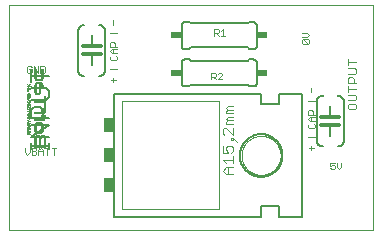
<source format=gto>
G75*
%MOIN*%
%OFA0B0*%
%FSLAX25Y25*%
%IPPOS*%
%LPD*%
%AMOC8*
5,1,8,0,0,1.08239X$1,22.5*
%
%ADD10C,0.00000*%
%ADD11R,0.00025X0.00200*%
%ADD12R,0.00025X0.00250*%
%ADD13R,0.00025X0.00275*%
%ADD14R,0.00025X0.00300*%
%ADD15R,0.00025X0.00350*%
%ADD16R,0.00025X0.00450*%
%ADD17R,0.00025X0.00425*%
%ADD18R,0.00025X0.00475*%
%ADD19R,0.00025X0.00325*%
%ADD20R,0.00025X0.00725*%
%ADD21R,0.00025X0.00550*%
%ADD22R,0.00025X0.00575*%
%ADD23R,0.00025X0.00775*%
%ADD24R,0.00025X0.00600*%
%ADD25R,0.00025X0.00500*%
%ADD26R,0.00025X0.00650*%
%ADD27R,0.00025X0.00800*%
%ADD28R,0.00025X0.00700*%
%ADD29R,0.00025X0.00825*%
%ADD30R,0.00025X0.00675*%
%ADD31R,0.00025X0.00850*%
%ADD32R,0.00025X0.00375*%
%ADD33R,0.00025X0.00750*%
%ADD34R,0.00025X0.00525*%
%ADD35R,0.00025X0.00875*%
%ADD36R,0.00025X0.00400*%
%ADD37R,0.00025X0.00075*%
%ADD38R,0.00025X0.00125*%
%ADD39R,0.00025X0.00050*%
%ADD40R,0.00025X0.00225*%
%ADD41R,0.00025X0.00625*%
%ADD42R,0.00025X0.00100*%
%ADD43R,0.00025X0.00900*%
%ADD44R,0.00025X0.00175*%
%ADD45R,0.00025X0.03125*%
%ADD46R,0.00025X0.01550*%
%ADD47R,0.00025X0.01850*%
%ADD48R,0.00025X0.02825*%
%ADD49R,0.00025X0.03450*%
%ADD50R,0.00025X0.02100*%
%ADD51R,0.00025X0.02350*%
%ADD52R,0.00025X0.03150*%
%ADD53R,0.00025X0.03625*%
%ADD54R,0.00025X0.02650*%
%ADD55R,0.00025X0.03300*%
%ADD56R,0.00025X0.03750*%
%ADD57R,0.00025X0.02600*%
%ADD58R,0.00025X0.02850*%
%ADD59R,0.00025X0.03425*%
%ADD60R,0.00025X0.03850*%
%ADD61R,0.00025X0.02750*%
%ADD62R,0.00025X0.03025*%
%ADD63R,0.00025X0.03500*%
%ADD64R,0.00025X0.03925*%
%ADD65R,0.00025X0.02900*%
%ADD66R,0.00025X0.03575*%
%ADD67R,0.00025X0.03975*%
%ADD68R,0.00025X0.03000*%
%ADD69R,0.00025X0.03250*%
%ADD70R,0.00025X0.03650*%
%ADD71R,0.00025X0.04025*%
%ADD72R,0.00025X0.03100*%
%ADD73R,0.00025X0.03375*%
%ADD74R,0.00025X0.03700*%
%ADD75R,0.00025X0.04075*%
%ADD76R,0.00025X0.03200*%
%ADD77R,0.00025X0.04125*%
%ADD78R,0.00025X0.03550*%
%ADD79R,0.00025X0.03775*%
%ADD80R,0.00025X0.04150*%
%ADD81R,0.00025X0.03350*%
%ADD82R,0.00025X0.03600*%
%ADD83R,0.00025X0.03825*%
%ADD84R,0.00025X0.04200*%
%ADD85R,0.00025X0.03400*%
%ADD86R,0.00025X0.03675*%
%ADD87R,0.00025X0.04225*%
%ADD88R,0.00025X0.03725*%
%ADD89R,0.00025X0.03875*%
%ADD90R,0.00025X0.04250*%
%ADD91R,0.00025X0.03800*%
%ADD92R,0.00025X0.03900*%
%ADD93R,0.00025X0.04275*%
%ADD94R,0.00025X0.04300*%
%ADD95R,0.00025X0.04325*%
%ADD96R,0.00025X0.03950*%
%ADD97R,0.00025X0.04350*%
%ADD98R,0.00025X0.04375*%
%ADD99R,0.00025X0.04000*%
%ADD100R,0.00025X0.01100*%
%ADD101R,0.00025X0.01075*%
%ADD102R,0.00025X0.01175*%
%ADD103R,0.00025X0.00975*%
%ADD104R,0.00025X0.00950*%
%ADD105R,0.00025X0.00925*%
%ADD106R,0.00025X0.01050*%
%ADD107R,0.00025X0.04050*%
%ADD108R,0.00025X0.04175*%
%ADD109R,0.00025X0.04100*%
%ADD110R,0.00025X0.01125*%
%ADD111R,0.00025X0.01725*%
%ADD112R,0.00025X0.01900*%
%ADD113R,0.00025X0.01775*%
%ADD114R,0.00025X0.01950*%
%ADD115R,0.00025X0.01800*%
%ADD116R,0.00025X0.01925*%
%ADD117R,0.00025X0.01825*%
%ADD118R,0.00025X0.01875*%
%ADD119R,0.00025X0.01750*%
%ADD120R,0.00025X0.01700*%
%ADD121R,0.00025X0.01675*%
%ADD122R,0.00025X0.01600*%
%ADD123R,0.00025X0.01500*%
%ADD124R,0.00025X0.01400*%
%ADD125R,0.00025X0.01275*%
%ADD126R,0.00025X0.03275*%
%ADD127R,0.00025X0.01575*%
%ADD128R,0.00025X0.01150*%
%ADD129R,0.00025X0.01650*%
%ADD130R,0.00025X0.01625*%
%ADD131R,0.00025X0.01525*%
%ADD132R,0.00025X0.01450*%
%ADD133R,0.00025X0.01325*%
%ADD134R,0.00025X0.01200*%
%ADD135C,0.00300*%
%ADD136C,0.00800*%
%ADD137C,0.00400*%
%ADD138C,0.00200*%
%ADD139C,0.00600*%
%ADD140C,0.01200*%
%ADD141R,0.03500X0.05000*%
%ADD142R,0.03400X0.02400*%
D10*
X0003000Y0003125D02*
X0003000Y0078086D01*
X0124201Y0078086D01*
X0124201Y0003125D01*
X0003000Y0003125D01*
X0080500Y0028125D02*
X0080502Y0028286D01*
X0080508Y0028446D01*
X0080518Y0028607D01*
X0080532Y0028767D01*
X0080550Y0028927D01*
X0080571Y0029086D01*
X0080597Y0029245D01*
X0080627Y0029403D01*
X0080660Y0029560D01*
X0080698Y0029717D01*
X0080739Y0029872D01*
X0080784Y0030026D01*
X0080833Y0030179D01*
X0080886Y0030331D01*
X0080942Y0030482D01*
X0081003Y0030631D01*
X0081066Y0030779D01*
X0081134Y0030925D01*
X0081205Y0031069D01*
X0081279Y0031211D01*
X0081357Y0031352D01*
X0081439Y0031490D01*
X0081524Y0031627D01*
X0081612Y0031761D01*
X0081704Y0031893D01*
X0081799Y0032023D01*
X0081897Y0032151D01*
X0081998Y0032276D01*
X0082102Y0032398D01*
X0082209Y0032518D01*
X0082319Y0032635D01*
X0082432Y0032750D01*
X0082548Y0032861D01*
X0082667Y0032970D01*
X0082788Y0033075D01*
X0082912Y0033178D01*
X0083038Y0033278D01*
X0083166Y0033374D01*
X0083297Y0033467D01*
X0083431Y0033557D01*
X0083566Y0033644D01*
X0083704Y0033727D01*
X0083843Y0033807D01*
X0083985Y0033883D01*
X0084128Y0033956D01*
X0084273Y0034025D01*
X0084420Y0034091D01*
X0084568Y0034153D01*
X0084718Y0034211D01*
X0084869Y0034266D01*
X0085022Y0034317D01*
X0085176Y0034364D01*
X0085331Y0034407D01*
X0085487Y0034446D01*
X0085643Y0034482D01*
X0085801Y0034513D01*
X0085959Y0034541D01*
X0086118Y0034565D01*
X0086278Y0034585D01*
X0086438Y0034601D01*
X0086598Y0034613D01*
X0086759Y0034621D01*
X0086920Y0034625D01*
X0087080Y0034625D01*
X0087241Y0034621D01*
X0087402Y0034613D01*
X0087562Y0034601D01*
X0087722Y0034585D01*
X0087882Y0034565D01*
X0088041Y0034541D01*
X0088199Y0034513D01*
X0088357Y0034482D01*
X0088513Y0034446D01*
X0088669Y0034407D01*
X0088824Y0034364D01*
X0088978Y0034317D01*
X0089131Y0034266D01*
X0089282Y0034211D01*
X0089432Y0034153D01*
X0089580Y0034091D01*
X0089727Y0034025D01*
X0089872Y0033956D01*
X0090015Y0033883D01*
X0090157Y0033807D01*
X0090296Y0033727D01*
X0090434Y0033644D01*
X0090569Y0033557D01*
X0090703Y0033467D01*
X0090834Y0033374D01*
X0090962Y0033278D01*
X0091088Y0033178D01*
X0091212Y0033075D01*
X0091333Y0032970D01*
X0091452Y0032861D01*
X0091568Y0032750D01*
X0091681Y0032635D01*
X0091791Y0032518D01*
X0091898Y0032398D01*
X0092002Y0032276D01*
X0092103Y0032151D01*
X0092201Y0032023D01*
X0092296Y0031893D01*
X0092388Y0031761D01*
X0092476Y0031627D01*
X0092561Y0031490D01*
X0092643Y0031352D01*
X0092721Y0031211D01*
X0092795Y0031069D01*
X0092866Y0030925D01*
X0092934Y0030779D01*
X0092997Y0030631D01*
X0093058Y0030482D01*
X0093114Y0030331D01*
X0093167Y0030179D01*
X0093216Y0030026D01*
X0093261Y0029872D01*
X0093302Y0029717D01*
X0093340Y0029560D01*
X0093373Y0029403D01*
X0093403Y0029245D01*
X0093429Y0029086D01*
X0093450Y0028927D01*
X0093468Y0028767D01*
X0093482Y0028607D01*
X0093492Y0028446D01*
X0093498Y0028286D01*
X0093500Y0028125D01*
X0093498Y0027964D01*
X0093492Y0027804D01*
X0093482Y0027643D01*
X0093468Y0027483D01*
X0093450Y0027323D01*
X0093429Y0027164D01*
X0093403Y0027005D01*
X0093373Y0026847D01*
X0093340Y0026690D01*
X0093302Y0026533D01*
X0093261Y0026378D01*
X0093216Y0026224D01*
X0093167Y0026071D01*
X0093114Y0025919D01*
X0093058Y0025768D01*
X0092997Y0025619D01*
X0092934Y0025471D01*
X0092866Y0025325D01*
X0092795Y0025181D01*
X0092721Y0025039D01*
X0092643Y0024898D01*
X0092561Y0024760D01*
X0092476Y0024623D01*
X0092388Y0024489D01*
X0092296Y0024357D01*
X0092201Y0024227D01*
X0092103Y0024099D01*
X0092002Y0023974D01*
X0091898Y0023852D01*
X0091791Y0023732D01*
X0091681Y0023615D01*
X0091568Y0023500D01*
X0091452Y0023389D01*
X0091333Y0023280D01*
X0091212Y0023175D01*
X0091088Y0023072D01*
X0090962Y0022972D01*
X0090834Y0022876D01*
X0090703Y0022783D01*
X0090569Y0022693D01*
X0090434Y0022606D01*
X0090296Y0022523D01*
X0090157Y0022443D01*
X0090015Y0022367D01*
X0089872Y0022294D01*
X0089727Y0022225D01*
X0089580Y0022159D01*
X0089432Y0022097D01*
X0089282Y0022039D01*
X0089131Y0021984D01*
X0088978Y0021933D01*
X0088824Y0021886D01*
X0088669Y0021843D01*
X0088513Y0021804D01*
X0088357Y0021768D01*
X0088199Y0021737D01*
X0088041Y0021709D01*
X0087882Y0021685D01*
X0087722Y0021665D01*
X0087562Y0021649D01*
X0087402Y0021637D01*
X0087241Y0021629D01*
X0087080Y0021625D01*
X0086920Y0021625D01*
X0086759Y0021629D01*
X0086598Y0021637D01*
X0086438Y0021649D01*
X0086278Y0021665D01*
X0086118Y0021685D01*
X0085959Y0021709D01*
X0085801Y0021737D01*
X0085643Y0021768D01*
X0085487Y0021804D01*
X0085331Y0021843D01*
X0085176Y0021886D01*
X0085022Y0021933D01*
X0084869Y0021984D01*
X0084718Y0022039D01*
X0084568Y0022097D01*
X0084420Y0022159D01*
X0084273Y0022225D01*
X0084128Y0022294D01*
X0083985Y0022367D01*
X0083843Y0022443D01*
X0083704Y0022523D01*
X0083566Y0022606D01*
X0083431Y0022693D01*
X0083297Y0022783D01*
X0083166Y0022876D01*
X0083038Y0022972D01*
X0082912Y0023072D01*
X0082788Y0023175D01*
X0082667Y0023280D01*
X0082548Y0023389D01*
X0082432Y0023500D01*
X0082319Y0023615D01*
X0082209Y0023732D01*
X0082102Y0023852D01*
X0081998Y0023974D01*
X0081897Y0024099D01*
X0081799Y0024227D01*
X0081704Y0024357D01*
X0081612Y0024489D01*
X0081524Y0024623D01*
X0081439Y0024760D01*
X0081357Y0024898D01*
X0081279Y0025039D01*
X0081205Y0025181D01*
X0081134Y0025325D01*
X0081066Y0025471D01*
X0081003Y0025619D01*
X0080942Y0025768D01*
X0080886Y0025919D01*
X0080833Y0026071D01*
X0080784Y0026224D01*
X0080739Y0026378D01*
X0080698Y0026533D01*
X0080660Y0026690D01*
X0080627Y0026847D01*
X0080597Y0027005D01*
X0080571Y0027164D01*
X0080550Y0027323D01*
X0080532Y0027483D01*
X0080518Y0027643D01*
X0080508Y0027804D01*
X0080502Y0027964D01*
X0080500Y0028125D01*
D11*
X0009850Y0035338D03*
X0009825Y0035338D03*
X0009800Y0035313D03*
X0009775Y0035313D03*
X0009750Y0035313D03*
X0009700Y0035288D03*
X0009675Y0035288D03*
X0009650Y0035288D03*
X0009625Y0035263D03*
X0009600Y0035263D03*
X0009700Y0035613D03*
X0009625Y0035638D03*
X0009600Y0035638D03*
X0009775Y0035588D03*
X0009800Y0035588D03*
X0009625Y0036838D03*
X0009600Y0036838D03*
X0009650Y0036863D03*
X0009675Y0036863D03*
X0009700Y0036863D03*
X0009750Y0036888D03*
X0009775Y0036888D03*
X0009800Y0036888D03*
X0009825Y0036913D03*
X0009850Y0036913D03*
X0009800Y0037163D03*
X0009775Y0037163D03*
X0009700Y0037188D03*
X0009625Y0037213D03*
X0009600Y0037213D03*
X0009600Y0038413D03*
X0009625Y0038413D03*
X0009650Y0038438D03*
X0009675Y0038438D03*
X0009700Y0038438D03*
X0009750Y0038463D03*
X0009775Y0038463D03*
X0009800Y0038463D03*
X0009825Y0038488D03*
X0009850Y0038488D03*
X0009800Y0038738D03*
X0009775Y0038738D03*
X0009700Y0038763D03*
X0009625Y0038788D03*
X0009600Y0038788D03*
X0009275Y0040613D03*
X0010175Y0040663D03*
X0009275Y0044637D03*
X0009475Y0046137D03*
X0009975Y0046137D03*
X0009975Y0047662D03*
X0009475Y0047662D03*
X0009275Y0049912D03*
D12*
X0009275Y0048362D03*
X0010175Y0048362D03*
X0010175Y0041638D03*
X0009275Y0041638D03*
X0009900Y0039138D03*
X0009825Y0039113D03*
X0009800Y0039113D03*
X0009750Y0039088D03*
X0009725Y0039088D03*
X0009700Y0039088D03*
X0009675Y0039063D03*
X0009650Y0039063D03*
X0009625Y0039063D03*
X0009600Y0039063D03*
X0010150Y0038613D03*
X0009750Y0038113D03*
X0009675Y0038138D03*
X0009650Y0038138D03*
X0009800Y0037538D03*
X0009825Y0037538D03*
X0009900Y0037563D03*
X0009750Y0037513D03*
X0009725Y0037513D03*
X0009700Y0037513D03*
X0009675Y0037488D03*
X0009650Y0037488D03*
X0009625Y0037488D03*
X0009600Y0037488D03*
X0010150Y0037038D03*
X0009750Y0036538D03*
X0009675Y0036563D03*
X0009650Y0036563D03*
X0009800Y0035963D03*
X0009825Y0035963D03*
X0009900Y0035988D03*
X0009750Y0035938D03*
X0009725Y0035938D03*
X0009700Y0035938D03*
X0009675Y0035913D03*
X0009650Y0035913D03*
X0009625Y0035913D03*
X0009600Y0035913D03*
X0010150Y0035463D03*
X0009750Y0034963D03*
X0009675Y0034988D03*
X0009650Y0034988D03*
D13*
X0009625Y0035000D03*
X0009600Y0035000D03*
X0009700Y0034975D03*
X0009725Y0034975D03*
X0009775Y0034950D03*
X0009800Y0034950D03*
X0009825Y0034950D03*
X0009850Y0034925D03*
X0009875Y0034925D03*
X0009900Y0034925D03*
X0009950Y0034900D03*
X0009975Y0034900D03*
X0010000Y0034900D03*
X0010050Y0034875D03*
X0010075Y0034875D03*
X0010150Y0034850D03*
X0010125Y0035450D03*
X0009975Y0036000D03*
X0009950Y0036000D03*
X0009925Y0036000D03*
X0009875Y0035975D03*
X0009850Y0035975D03*
X0009775Y0035950D03*
X0010000Y0036025D03*
X0010025Y0036025D03*
X0010050Y0036025D03*
X0010075Y0036025D03*
X0010125Y0036050D03*
X0010150Y0036050D03*
X0010150Y0036425D03*
X0010075Y0036450D03*
X0010050Y0036450D03*
X0010000Y0036475D03*
X0009975Y0036475D03*
X0009950Y0036475D03*
X0009900Y0036500D03*
X0009875Y0036500D03*
X0009850Y0036500D03*
X0009825Y0036525D03*
X0009800Y0036525D03*
X0009775Y0036525D03*
X0009725Y0036550D03*
X0009700Y0036550D03*
X0009625Y0036575D03*
X0009600Y0036575D03*
X0010125Y0037025D03*
X0009975Y0037575D03*
X0009950Y0037575D03*
X0009925Y0037575D03*
X0009875Y0037550D03*
X0009850Y0037550D03*
X0009775Y0037525D03*
X0010000Y0037600D03*
X0010025Y0037600D03*
X0010050Y0037600D03*
X0010075Y0037600D03*
X0010125Y0037625D03*
X0010150Y0037625D03*
X0010150Y0038000D03*
X0010075Y0038025D03*
X0010050Y0038025D03*
X0010000Y0038050D03*
X0009975Y0038050D03*
X0009950Y0038050D03*
X0009900Y0038075D03*
X0009875Y0038075D03*
X0009850Y0038075D03*
X0009825Y0038100D03*
X0009800Y0038100D03*
X0009775Y0038100D03*
X0009725Y0038125D03*
X0009700Y0038125D03*
X0009625Y0038150D03*
X0009600Y0038150D03*
X0010125Y0038600D03*
X0009975Y0039150D03*
X0009950Y0039150D03*
X0009925Y0039150D03*
X0009875Y0039125D03*
X0009850Y0039125D03*
X0009775Y0039100D03*
X0010000Y0039175D03*
X0010025Y0039175D03*
X0010050Y0039175D03*
X0010075Y0039175D03*
X0010125Y0039200D03*
X0010150Y0039200D03*
X0009575Y0039675D03*
X0009550Y0039675D03*
X0009525Y0039675D03*
X0009500Y0039675D03*
X0009475Y0039675D03*
X0009450Y0039675D03*
X0009425Y0039675D03*
X0009400Y0039675D03*
X0009375Y0039675D03*
X0009350Y0039675D03*
X0009325Y0039675D03*
X0009300Y0039675D03*
X0009300Y0040225D03*
X0009575Y0040850D03*
X0009675Y0040875D03*
X0009700Y0040875D03*
X0009725Y0040875D03*
X0009750Y0040875D03*
X0009775Y0040875D03*
X0009775Y0041300D03*
X0009750Y0041300D03*
X0009725Y0041300D03*
X0009700Y0041300D03*
X0009675Y0041300D03*
X0009575Y0041325D03*
X0009875Y0041325D03*
X0009875Y0041950D03*
X0009775Y0041975D03*
X0009750Y0041975D03*
X0009725Y0041975D03*
X0009700Y0041975D03*
X0009675Y0041975D03*
X0009575Y0041950D03*
X0009575Y0042475D03*
X0009600Y0042475D03*
X0009625Y0042475D03*
X0009650Y0042475D03*
X0009675Y0042475D03*
X0009700Y0042475D03*
X0009725Y0042475D03*
X0009750Y0042475D03*
X0009775Y0042475D03*
X0009800Y0042475D03*
X0009825Y0042475D03*
X0009850Y0042475D03*
X0009875Y0042475D03*
X0009900Y0042475D03*
X0009925Y0042475D03*
X0009950Y0042475D03*
X0010175Y0042475D03*
X0010200Y0042475D03*
X0010225Y0042475D03*
X0010250Y0042475D03*
X0010275Y0042500D03*
X0010250Y0043150D03*
X0010225Y0043150D03*
X0010200Y0043150D03*
X0010175Y0043150D03*
X0010275Y0043175D03*
X0009950Y0043150D03*
X0009925Y0043150D03*
X0009900Y0043150D03*
X0009875Y0043150D03*
X0009850Y0043150D03*
X0009825Y0043150D03*
X0009800Y0043150D03*
X0009775Y0043150D03*
X0009750Y0043150D03*
X0009725Y0043150D03*
X0009700Y0043150D03*
X0009675Y0043150D03*
X0009650Y0043150D03*
X0009625Y0043150D03*
X0009600Y0043150D03*
X0009575Y0043150D03*
X0009550Y0043150D03*
X0009525Y0043150D03*
X0009500Y0043150D03*
X0009475Y0043150D03*
X0009450Y0043150D03*
X0009425Y0043150D03*
X0009400Y0043150D03*
X0009375Y0043150D03*
X0009350Y0043150D03*
X0009325Y0043150D03*
X0009300Y0043150D03*
X0009300Y0042475D03*
X0009325Y0042475D03*
X0009350Y0042475D03*
X0009375Y0042475D03*
X0009400Y0042475D03*
X0009425Y0042475D03*
X0009450Y0042475D03*
X0009475Y0042475D03*
X0009500Y0042475D03*
X0009525Y0042475D03*
X0009550Y0042475D03*
X0009550Y0043825D03*
X0009575Y0043825D03*
X0009600Y0043825D03*
X0009625Y0043825D03*
X0009650Y0043825D03*
X0009675Y0043825D03*
X0009700Y0043825D03*
X0009725Y0043825D03*
X0009750Y0043825D03*
X0009775Y0043825D03*
X0009800Y0043825D03*
X0009825Y0043825D03*
X0009850Y0043825D03*
X0009875Y0043825D03*
X0009900Y0043825D03*
X0009925Y0043825D03*
X0009950Y0043825D03*
X0010175Y0043825D03*
X0010200Y0043825D03*
X0010225Y0043825D03*
X0010250Y0043825D03*
X0010275Y0043825D03*
X0010300Y0043825D03*
X0010325Y0043825D03*
X0010350Y0043825D03*
X0010375Y0043825D03*
X0010400Y0043825D03*
X0009600Y0044475D03*
X0009575Y0044475D03*
X0009550Y0044475D03*
X0009525Y0044475D03*
X0009275Y0044025D03*
X0009300Y0045075D03*
X0009325Y0045075D03*
X0009350Y0045075D03*
X0009525Y0045075D03*
X0009550Y0045075D03*
X0009575Y0045075D03*
X0009600Y0045075D03*
X0009625Y0045075D03*
X0009650Y0045075D03*
X0009675Y0045075D03*
X0009875Y0045075D03*
X0009900Y0045075D03*
X0009750Y0045550D03*
X0009725Y0045550D03*
X0009700Y0045550D03*
X0009275Y0045925D03*
X0009300Y0046575D03*
X0009325Y0046575D03*
X0009350Y0046575D03*
X0009375Y0046575D03*
X0009400Y0046575D03*
X0009425Y0046575D03*
X0009450Y0046575D03*
X0009475Y0046575D03*
X0009500Y0046575D03*
X0009525Y0046575D03*
X0009550Y0046575D03*
X0009575Y0046575D03*
X0009700Y0047075D03*
X0009725Y0047075D03*
X0009750Y0047075D03*
X0010175Y0047450D03*
X0009875Y0048050D03*
X0009775Y0048025D03*
X0009750Y0048025D03*
X0009725Y0048025D03*
X0009700Y0048025D03*
X0009675Y0048025D03*
X0009575Y0048050D03*
X0009575Y0048675D03*
X0009675Y0048700D03*
X0009700Y0048700D03*
X0009725Y0048700D03*
X0009750Y0048700D03*
X0009775Y0048700D03*
X0009875Y0048675D03*
X0009575Y0049200D03*
X0009550Y0049200D03*
X0009525Y0049200D03*
X0009500Y0049200D03*
X0009475Y0049200D03*
X0009450Y0049200D03*
X0009425Y0049200D03*
X0009400Y0049200D03*
X0009375Y0049200D03*
X0009350Y0049200D03*
X0009325Y0049200D03*
X0009300Y0049200D03*
X0009650Y0049750D03*
X0009675Y0049750D03*
X0009700Y0049750D03*
X0009725Y0049750D03*
X0009750Y0049750D03*
X0009775Y0049750D03*
X0009800Y0049750D03*
X0009825Y0049750D03*
X0009850Y0049750D03*
X0009875Y0049750D03*
X0009900Y0049750D03*
X0009925Y0049750D03*
X0009950Y0049750D03*
X0009975Y0049750D03*
X0010000Y0049750D03*
X0010025Y0049750D03*
X0010050Y0049750D03*
X0010075Y0049750D03*
X0010100Y0049750D03*
X0010125Y0049750D03*
X0010150Y0049750D03*
X0009275Y0047450D03*
X0010175Y0045925D03*
D14*
X0009900Y0045587D03*
X0009875Y0045587D03*
X0009850Y0045562D03*
X0009825Y0045562D03*
X0009800Y0045562D03*
X0009775Y0045562D03*
X0009675Y0045562D03*
X0009650Y0045562D03*
X0009625Y0045562D03*
X0009600Y0045562D03*
X0009575Y0045587D03*
X0009550Y0045587D03*
X0009500Y0045062D03*
X0009925Y0045062D03*
X0009625Y0044487D03*
X0009500Y0044487D03*
X0009500Y0043837D03*
X0009525Y0043837D03*
X0010300Y0043187D03*
X0010500Y0043387D03*
X0010500Y0042713D03*
X0010300Y0042513D03*
X0009925Y0041938D03*
X0009900Y0041938D03*
X0009850Y0041963D03*
X0009825Y0041963D03*
X0009800Y0041963D03*
X0009650Y0041963D03*
X0009625Y0041963D03*
X0009600Y0041963D03*
X0009550Y0041938D03*
X0009525Y0041938D03*
X0009500Y0041913D03*
X0009950Y0041913D03*
X0009950Y0041363D03*
X0009925Y0041338D03*
X0009900Y0041338D03*
X0009850Y0041313D03*
X0009825Y0041313D03*
X0009800Y0041313D03*
X0009650Y0041313D03*
X0009625Y0041313D03*
X0009600Y0041313D03*
X0009550Y0041338D03*
X0009525Y0041338D03*
X0009500Y0041363D03*
X0009600Y0040863D03*
X0009625Y0040863D03*
X0009650Y0040863D03*
X0009550Y0040838D03*
X0009800Y0040863D03*
X0009825Y0040863D03*
X0009850Y0040863D03*
X0009875Y0040863D03*
X0009900Y0040838D03*
X0009900Y0040238D03*
X0009925Y0040238D03*
X0009875Y0040238D03*
X0009850Y0040238D03*
X0009825Y0040238D03*
X0009800Y0040238D03*
X0009775Y0040238D03*
X0009750Y0040238D03*
X0009725Y0040238D03*
X0009700Y0040238D03*
X0009675Y0040238D03*
X0009650Y0040238D03*
X0009625Y0040238D03*
X0009600Y0040238D03*
X0009575Y0040238D03*
X0009550Y0040238D03*
X0009525Y0040238D03*
X0009500Y0040238D03*
X0009475Y0040238D03*
X0010100Y0040238D03*
X0010125Y0040238D03*
X0010150Y0040238D03*
X0010175Y0040238D03*
X0010200Y0040238D03*
X0010225Y0040238D03*
X0010250Y0040238D03*
X0010275Y0040238D03*
X0010300Y0040238D03*
X0010325Y0040238D03*
X0010350Y0040238D03*
X0010375Y0040238D03*
X0010400Y0040238D03*
X0010425Y0040238D03*
X0010450Y0040238D03*
X0010475Y0040238D03*
X0010500Y0040238D03*
X0010100Y0039188D03*
X0010100Y0038613D03*
X0010075Y0038613D03*
X0010050Y0038613D03*
X0009925Y0038063D03*
X0010025Y0038038D03*
X0010100Y0038013D03*
X0010125Y0038013D03*
X0010100Y0037613D03*
X0010100Y0037038D03*
X0010075Y0037038D03*
X0010050Y0037038D03*
X0009925Y0036488D03*
X0010025Y0036463D03*
X0010100Y0036438D03*
X0010125Y0036438D03*
X0010100Y0036038D03*
X0010100Y0035463D03*
X0010075Y0035463D03*
X0010050Y0035463D03*
X0009925Y0034913D03*
X0010025Y0034888D03*
X0010100Y0034863D03*
X0010125Y0034863D03*
X0009300Y0035113D03*
X0009300Y0035788D03*
X0009300Y0036688D03*
X0009300Y0037363D03*
X0009300Y0038263D03*
X0009300Y0038938D03*
X0009600Y0047087D03*
X0009625Y0047087D03*
X0009650Y0047087D03*
X0009675Y0047087D03*
X0009775Y0047087D03*
X0009800Y0047087D03*
X0009825Y0047087D03*
X0009850Y0047087D03*
X0009875Y0047112D03*
X0009900Y0047112D03*
X0009575Y0047112D03*
X0009550Y0047112D03*
X0009600Y0048037D03*
X0009625Y0048037D03*
X0009650Y0048037D03*
X0009550Y0048062D03*
X0009525Y0048062D03*
X0009500Y0048087D03*
X0009800Y0048037D03*
X0009825Y0048037D03*
X0009850Y0048037D03*
X0009900Y0048062D03*
X0009925Y0048062D03*
X0009950Y0048087D03*
X0009950Y0048637D03*
X0009925Y0048662D03*
X0009900Y0048662D03*
X0009850Y0048687D03*
X0009825Y0048687D03*
X0009800Y0048687D03*
X0009650Y0048687D03*
X0009625Y0048687D03*
X0009600Y0048687D03*
X0009550Y0048662D03*
X0009525Y0048662D03*
X0009500Y0048637D03*
X0009550Y0049762D03*
X0009575Y0049762D03*
X0009600Y0049762D03*
X0009625Y0049762D03*
X0009625Y0050362D03*
X0009650Y0050362D03*
X0009675Y0050362D03*
X0009700Y0050362D03*
X0009725Y0050362D03*
X0009750Y0050362D03*
X0009775Y0050362D03*
X0009800Y0050362D03*
X0009825Y0050362D03*
X0009850Y0050362D03*
X0009875Y0050362D03*
X0009900Y0050362D03*
X0009925Y0050362D03*
X0009950Y0050362D03*
X0009975Y0050362D03*
X0010000Y0050362D03*
X0010025Y0050362D03*
X0010050Y0050362D03*
X0010075Y0050362D03*
X0010100Y0050362D03*
X0010125Y0050362D03*
X0010150Y0050362D03*
X0009600Y0050362D03*
X0009575Y0050362D03*
X0009550Y0050362D03*
X0009350Y0050362D03*
X0009325Y0050362D03*
X0009300Y0050362D03*
X0009300Y0050912D03*
X0009325Y0050912D03*
X0009350Y0050912D03*
X0009375Y0050912D03*
X0009400Y0050912D03*
X0009425Y0050912D03*
X0009450Y0050912D03*
X0009475Y0050912D03*
X0009500Y0050912D03*
X0009525Y0050912D03*
X0009550Y0050912D03*
X0009575Y0050912D03*
X0009600Y0050912D03*
X0009825Y0050912D03*
X0009850Y0050912D03*
X0009875Y0050912D03*
X0009900Y0050912D03*
X0009925Y0050912D03*
X0009950Y0050912D03*
X0009975Y0050912D03*
X0010000Y0050912D03*
X0010025Y0050912D03*
X0010050Y0050912D03*
X0010075Y0050912D03*
X0010100Y0050912D03*
X0010125Y0050912D03*
X0010150Y0050912D03*
X0010175Y0050912D03*
X0010200Y0050912D03*
X0010225Y0050912D03*
X0010250Y0050912D03*
X0010275Y0050912D03*
X0010300Y0050912D03*
X0010325Y0050912D03*
X0010350Y0050912D03*
X0010375Y0050912D03*
X0010400Y0050912D03*
X0010425Y0050912D03*
X0010450Y0050912D03*
X0010475Y0050912D03*
X0010500Y0050912D03*
X0010125Y0051487D03*
X0010000Y0051387D03*
X0009975Y0051362D03*
X0009900Y0051312D03*
X0009875Y0051287D03*
X0009850Y0051262D03*
X0009825Y0051237D03*
X0009625Y0051312D03*
X0009600Y0051337D03*
X0009550Y0051362D03*
X0009475Y0051412D03*
X0009400Y0051462D03*
D15*
X0009650Y0050937D03*
X0009475Y0048612D03*
X0009475Y0048112D03*
X0009975Y0048112D03*
X0009975Y0048612D03*
X0009975Y0045012D03*
X0010175Y0044762D03*
X0009300Y0044637D03*
X0009475Y0041888D03*
X0009975Y0041888D03*
X0009975Y0041388D03*
X0009475Y0041388D03*
X0009300Y0040613D03*
X0009375Y0038938D03*
X0009375Y0038263D03*
X0009975Y0038613D03*
X0010000Y0038613D03*
X0009375Y0037363D03*
X0009375Y0036688D03*
X0009975Y0037038D03*
X0010000Y0037038D03*
X0009375Y0035788D03*
X0009375Y0035113D03*
X0009975Y0035463D03*
X0010000Y0035463D03*
D16*
X0009550Y0035788D03*
X0009525Y0035788D03*
X0009525Y0035113D03*
X0009550Y0035113D03*
X0009550Y0036688D03*
X0009525Y0036688D03*
X0009525Y0037363D03*
X0009550Y0037363D03*
X0009550Y0038263D03*
X0009525Y0038263D03*
X0009525Y0038938D03*
X0009550Y0038938D03*
X0009300Y0041638D03*
X0010150Y0041638D03*
X0009850Y0044987D03*
X0010150Y0048362D03*
X0009300Y0048362D03*
D17*
X0009325Y0049925D03*
X0011750Y0046000D03*
X0009675Y0044575D03*
X0009325Y0044650D03*
X0009300Y0044025D03*
X0010450Y0043350D03*
X0010450Y0042675D03*
X0011750Y0042250D03*
X0011750Y0040050D03*
X0009875Y0038600D03*
X0009500Y0038925D03*
X0009475Y0038925D03*
X0009475Y0038275D03*
X0009500Y0038275D03*
X0009500Y0037350D03*
X0009475Y0037350D03*
X0009875Y0037025D03*
X0009500Y0036700D03*
X0009475Y0036700D03*
X0009475Y0035775D03*
X0009500Y0035775D03*
X0009875Y0035450D03*
X0009500Y0035125D03*
X0009475Y0035125D03*
D18*
X0009575Y0035125D03*
X0009575Y0035775D03*
X0009575Y0036700D03*
X0009575Y0037350D03*
X0009575Y0038275D03*
X0009575Y0038925D03*
X0010100Y0040650D03*
X0010400Y0042650D03*
X0010425Y0042650D03*
X0010425Y0043325D03*
X0010400Y0043325D03*
X0009325Y0044000D03*
X0009350Y0044650D03*
X0009300Y0045925D03*
X0010150Y0045925D03*
X0010150Y0047450D03*
X0009300Y0047450D03*
X0009350Y0049925D03*
D19*
X0009300Y0049925D03*
X0009500Y0049800D03*
X0009525Y0049775D03*
X0009525Y0050350D03*
X0009625Y0050925D03*
X0009650Y0051300D03*
X0009575Y0051350D03*
X0009525Y0051375D03*
X0009500Y0051400D03*
X0009450Y0051425D03*
X0009425Y0051450D03*
X0009375Y0051475D03*
X0009350Y0051500D03*
X0009325Y0051525D03*
X0009300Y0051525D03*
X0009925Y0051325D03*
X0009950Y0051350D03*
X0010025Y0051400D03*
X0010050Y0051425D03*
X0010075Y0051450D03*
X0010100Y0051475D03*
X0010150Y0051500D03*
X0009950Y0047150D03*
X0009925Y0047125D03*
X0009525Y0047125D03*
X0009500Y0047150D03*
X0009500Y0045625D03*
X0009525Y0045600D03*
X0009925Y0045600D03*
X0009950Y0045625D03*
X0009950Y0045050D03*
X0009650Y0044525D03*
X0009475Y0044500D03*
X0009475Y0043850D03*
X0009525Y0040825D03*
X0009500Y0040800D03*
X0009925Y0040825D03*
X0010150Y0040675D03*
X0009350Y0038925D03*
X0009325Y0038925D03*
X0009325Y0038275D03*
X0009350Y0038275D03*
X0010025Y0038600D03*
X0009350Y0037350D03*
X0009325Y0037350D03*
X0009325Y0036700D03*
X0009350Y0036700D03*
X0010025Y0037025D03*
X0009350Y0035775D03*
X0009325Y0035775D03*
X0009325Y0035125D03*
X0009350Y0035125D03*
X0010025Y0035450D03*
D20*
X0012400Y0035800D03*
X0012425Y0034675D03*
X0012400Y0034650D03*
X0013100Y0034675D03*
X0013125Y0034650D03*
X0013925Y0034600D03*
X0014700Y0034625D03*
X0014725Y0034600D03*
X0012400Y0038925D03*
X0014750Y0040125D03*
X0014750Y0042325D03*
X0010075Y0044775D03*
X0010025Y0045875D03*
X0009425Y0045875D03*
X0009425Y0047400D03*
X0010025Y0047400D03*
X0012400Y0048625D03*
X0013125Y0048650D03*
X0013950Y0052025D03*
X0012400Y0052050D03*
X0012400Y0053225D03*
X0009325Y0040450D03*
D21*
X0009325Y0041638D03*
X0010125Y0041638D03*
X0011800Y0042238D03*
X0011800Y0040038D03*
X0009450Y0043962D03*
X0009325Y0048362D03*
X0010125Y0048362D03*
D22*
X0010125Y0047450D03*
X0009325Y0047450D03*
X0009325Y0045925D03*
X0010125Y0045925D03*
X0011800Y0046000D03*
X0011825Y0042250D03*
X0011825Y0040050D03*
D23*
X0012350Y0038900D03*
X0013950Y0038900D03*
X0014800Y0040175D03*
X0014800Y0042375D03*
X0010025Y0044800D03*
X0010000Y0044800D03*
X0009750Y0044825D03*
X0009425Y0041650D03*
X0009350Y0040475D03*
X0012350Y0035825D03*
X0012375Y0034625D03*
X0012350Y0034600D03*
X0013175Y0034625D03*
X0013950Y0035825D03*
X0014750Y0034575D03*
X0013150Y0048675D03*
X0012350Y0048675D03*
X0009425Y0048375D03*
X0012350Y0052000D03*
X0012350Y0053250D03*
X0013950Y0053250D03*
X0013975Y0052000D03*
D24*
X0009800Y0051062D03*
X0009775Y0051062D03*
X0010100Y0048362D03*
X0009350Y0048362D03*
X0011825Y0046012D03*
X0009825Y0044912D03*
X0010150Y0044737D03*
X0011850Y0042238D03*
X0010100Y0041638D03*
X0009350Y0041638D03*
X0011850Y0040038D03*
D25*
X0011775Y0040038D03*
X0011775Y0042238D03*
X0010375Y0042638D03*
X0010375Y0043312D03*
X0009375Y0043987D03*
X0009350Y0043987D03*
D26*
X0009350Y0045912D03*
X0010100Y0045912D03*
X0011875Y0046012D03*
X0011900Y0046012D03*
X0011925Y0046012D03*
X0011950Y0046012D03*
X0011975Y0046012D03*
X0012000Y0046012D03*
X0012025Y0046012D03*
X0012050Y0046012D03*
X0012075Y0046012D03*
X0012100Y0046012D03*
X0012125Y0046012D03*
X0012150Y0046012D03*
X0012175Y0046012D03*
X0012200Y0046012D03*
X0012225Y0046012D03*
X0012250Y0046012D03*
X0012275Y0046012D03*
X0012300Y0046012D03*
X0012325Y0046012D03*
X0012350Y0046012D03*
X0012375Y0046012D03*
X0012400Y0046012D03*
X0012425Y0046012D03*
X0012450Y0046012D03*
X0012475Y0046012D03*
X0012500Y0046012D03*
X0012525Y0046012D03*
X0012550Y0046012D03*
X0012575Y0046012D03*
X0012600Y0046012D03*
X0012625Y0046012D03*
X0012650Y0046012D03*
X0012675Y0046012D03*
X0012700Y0046012D03*
X0012725Y0046012D03*
X0012750Y0046012D03*
X0012775Y0046012D03*
X0012800Y0046012D03*
X0012825Y0046012D03*
X0012850Y0046012D03*
X0012875Y0046012D03*
X0012900Y0046012D03*
X0012925Y0046012D03*
X0012950Y0046012D03*
X0012975Y0046012D03*
X0013000Y0046012D03*
X0013025Y0046012D03*
X0013050Y0046012D03*
X0013075Y0046012D03*
X0013100Y0046012D03*
X0013125Y0046012D03*
X0013150Y0046012D03*
X0013175Y0046012D03*
X0013200Y0046012D03*
X0013225Y0046012D03*
X0013250Y0046012D03*
X0013275Y0046012D03*
X0013300Y0046012D03*
X0013325Y0046012D03*
X0013350Y0046012D03*
X0013375Y0046012D03*
X0013400Y0046012D03*
X0013425Y0046012D03*
X0013450Y0046012D03*
X0013475Y0046012D03*
X0013500Y0046012D03*
X0013525Y0046012D03*
X0013550Y0046012D03*
X0013575Y0046012D03*
X0013600Y0046012D03*
X0013625Y0046012D03*
X0013650Y0046012D03*
X0013675Y0046012D03*
X0013700Y0046012D03*
X0013725Y0046012D03*
X0013750Y0046012D03*
X0013775Y0046012D03*
X0013800Y0046012D03*
X0013825Y0046012D03*
X0013850Y0046012D03*
X0013875Y0046012D03*
X0013900Y0046012D03*
X0013925Y0046012D03*
X0013950Y0046012D03*
X0013975Y0046012D03*
X0014000Y0046012D03*
X0014025Y0046012D03*
X0014050Y0046012D03*
X0014075Y0046012D03*
X0014100Y0046012D03*
X0014125Y0046012D03*
X0014150Y0046012D03*
X0014175Y0046012D03*
X0014200Y0046012D03*
X0014225Y0046012D03*
X0014250Y0046012D03*
X0014275Y0046012D03*
X0014300Y0046012D03*
X0014325Y0046012D03*
X0014350Y0046012D03*
X0014375Y0046012D03*
X0014400Y0046012D03*
X0014425Y0046012D03*
X0014450Y0046012D03*
X0014475Y0046012D03*
X0014500Y0046012D03*
X0014525Y0046012D03*
X0014550Y0046012D03*
X0014575Y0046012D03*
X0014600Y0046012D03*
X0014625Y0046012D03*
X0014650Y0046012D03*
X0014675Y0046012D03*
X0014700Y0046012D03*
X0014725Y0046012D03*
X0014750Y0046012D03*
X0014775Y0046012D03*
X0014800Y0046012D03*
X0015350Y0043337D03*
X0014650Y0042263D03*
X0014625Y0042263D03*
X0015350Y0041138D03*
X0014650Y0040063D03*
X0014625Y0040063D03*
X0013800Y0038988D03*
X0013775Y0038988D03*
X0012525Y0038988D03*
X0012500Y0038988D03*
X0012500Y0035738D03*
X0012525Y0035738D03*
X0012675Y0034738D03*
X0012700Y0034738D03*
X0012725Y0034738D03*
X0012750Y0034738D03*
X0012775Y0034738D03*
X0012800Y0034738D03*
X0012825Y0034738D03*
X0014025Y0034663D03*
X0014050Y0034663D03*
X0014075Y0034688D03*
X0014100Y0034688D03*
X0014125Y0034688D03*
X0014275Y0034713D03*
X0014300Y0034713D03*
X0014325Y0034713D03*
X0014350Y0034713D03*
X0014375Y0034713D03*
X0014400Y0034713D03*
X0014525Y0034688D03*
X0014550Y0034688D03*
X0014575Y0034688D03*
X0014625Y0034663D03*
X0013800Y0035738D03*
X0013775Y0035738D03*
X0013850Y0030887D03*
X0013875Y0030887D03*
X0013900Y0030887D03*
X0013925Y0030887D03*
X0013950Y0030887D03*
X0013975Y0030887D03*
X0014000Y0030887D03*
X0014025Y0030887D03*
X0014050Y0030887D03*
X0014075Y0030887D03*
X0014100Y0030887D03*
X0014125Y0030887D03*
X0014150Y0030887D03*
X0014175Y0030887D03*
X0014200Y0030887D03*
X0014225Y0030887D03*
X0014250Y0030887D03*
X0014275Y0030887D03*
X0014300Y0030887D03*
X0014325Y0030887D03*
X0014350Y0030887D03*
X0014375Y0030887D03*
X0014400Y0030887D03*
X0014425Y0030887D03*
X0014450Y0030887D03*
X0014475Y0030887D03*
X0014500Y0030887D03*
X0014525Y0030887D03*
X0014550Y0030887D03*
X0014575Y0030887D03*
X0014600Y0030887D03*
X0014625Y0030887D03*
X0014650Y0030887D03*
X0014675Y0030887D03*
X0014700Y0030887D03*
X0014725Y0030887D03*
X0014750Y0030887D03*
X0014775Y0030887D03*
X0014800Y0030887D03*
X0013275Y0030887D03*
X0013250Y0030887D03*
X0013225Y0030887D03*
X0013200Y0030887D03*
X0013175Y0030887D03*
X0013150Y0030887D03*
X0013125Y0030887D03*
X0013100Y0030887D03*
X0013075Y0030887D03*
X0013050Y0030887D03*
X0013025Y0030887D03*
X0013000Y0030887D03*
X0012975Y0030887D03*
X0012950Y0030887D03*
X0012925Y0030887D03*
X0012900Y0030887D03*
X0012875Y0030887D03*
X0012850Y0030887D03*
X0012825Y0030887D03*
X0012800Y0030887D03*
X0012775Y0030887D03*
X0012750Y0030887D03*
X0012725Y0030887D03*
X0012700Y0030887D03*
X0012675Y0030887D03*
X0012650Y0030887D03*
X0012625Y0030887D03*
X0012600Y0030887D03*
X0012575Y0030887D03*
X0012550Y0030887D03*
X0012525Y0030887D03*
X0012500Y0030887D03*
X0012475Y0030887D03*
X0012450Y0030887D03*
X0012425Y0030887D03*
X0012400Y0030887D03*
X0012375Y0030887D03*
X0012350Y0030887D03*
X0012325Y0030887D03*
X0012300Y0030887D03*
X0012275Y0030887D03*
X0010100Y0047437D03*
X0009350Y0047437D03*
X0012475Y0048587D03*
X0012500Y0048587D03*
X0013000Y0048587D03*
X0013025Y0048587D03*
X0009725Y0051087D03*
X0009700Y0051087D03*
X0012475Y0052087D03*
X0012500Y0052112D03*
X0012525Y0052112D03*
X0012550Y0052112D03*
X0012525Y0053162D03*
X0012500Y0053162D03*
X0013775Y0053162D03*
X0013800Y0053162D03*
X0013800Y0052112D03*
X0013875Y0052087D03*
D27*
X0014550Y0050862D03*
X0013175Y0048712D03*
X0010025Y0048362D03*
X0010000Y0048362D03*
X0009450Y0048362D03*
X0009725Y0044812D03*
X0010000Y0041638D03*
X0010025Y0041638D03*
X0009450Y0041638D03*
X0009375Y0040488D03*
X0013200Y0034588D03*
D28*
X0013075Y0034688D03*
X0013050Y0034688D03*
X0013000Y0034713D03*
X0012525Y0034713D03*
X0012475Y0034688D03*
X0012450Y0034688D03*
X0012425Y0035763D03*
X0013875Y0035763D03*
X0013900Y0035788D03*
X0013975Y0034638D03*
X0013950Y0034613D03*
X0014675Y0034638D03*
X0013900Y0038938D03*
X0013875Y0038963D03*
X0012425Y0038963D03*
X0014725Y0040113D03*
X0014725Y0042313D03*
X0010075Y0041638D03*
X0009375Y0041638D03*
X0010100Y0044762D03*
X0009800Y0044862D03*
X0010050Y0045887D03*
X0009400Y0045887D03*
X0009400Y0047412D03*
X0010050Y0047412D03*
X0010075Y0048362D03*
X0009375Y0048362D03*
X0012425Y0048612D03*
X0013075Y0048612D03*
X0013100Y0048637D03*
X0012425Y0052062D03*
X0012425Y0053187D03*
X0013875Y0053187D03*
X0013900Y0053212D03*
X0013925Y0052062D03*
D29*
X0014000Y0051975D03*
X0013975Y0053275D03*
X0012325Y0053275D03*
X0012325Y0051975D03*
X0012325Y0048700D03*
X0009700Y0044800D03*
X0009375Y0044800D03*
X0009400Y0040500D03*
X0010075Y0040500D03*
X0012325Y0038875D03*
X0013975Y0038875D03*
X0013975Y0035850D03*
X0013875Y0034525D03*
X0012325Y0035850D03*
D30*
X0012450Y0035750D03*
X0012475Y0035750D03*
X0012550Y0034725D03*
X0012575Y0034725D03*
X0012600Y0034725D03*
X0012625Y0034725D03*
X0012650Y0034725D03*
X0012500Y0034700D03*
X0012850Y0034725D03*
X0012875Y0034725D03*
X0012900Y0034725D03*
X0012925Y0034725D03*
X0012950Y0034725D03*
X0012975Y0034725D03*
X0013025Y0034700D03*
X0014000Y0034650D03*
X0014600Y0034675D03*
X0014650Y0034650D03*
X0013850Y0035750D03*
X0013825Y0035750D03*
X0013825Y0038975D03*
X0013850Y0038975D03*
X0012475Y0038975D03*
X0012450Y0038975D03*
X0014675Y0040075D03*
X0014700Y0040100D03*
X0014675Y0042275D03*
X0014700Y0042300D03*
X0010150Y0043900D03*
X0010125Y0043900D03*
X0010100Y0043900D03*
X0010075Y0043900D03*
X0010050Y0043900D03*
X0010025Y0043900D03*
X0010000Y0043900D03*
X0009975Y0043900D03*
X0010125Y0044750D03*
X0010075Y0045900D03*
X0009375Y0045900D03*
X0009375Y0047425D03*
X0010075Y0047425D03*
X0012450Y0048600D03*
X0013050Y0048600D03*
X0014825Y0046000D03*
X0009675Y0051100D03*
X0012450Y0052075D03*
X0012450Y0053175D03*
X0012475Y0053175D03*
X0013825Y0053175D03*
X0013850Y0053175D03*
X0013900Y0052075D03*
X0013825Y0030900D03*
X0014825Y0030900D03*
D31*
X0014775Y0034538D03*
X0013225Y0034563D03*
X0012325Y0034563D03*
X0014825Y0040213D03*
X0014825Y0042413D03*
X0010050Y0040513D03*
X0009450Y0040513D03*
X0009425Y0040513D03*
X0009425Y0044787D03*
X0009400Y0044787D03*
X0009400Y0050087D03*
X0009375Y0050087D03*
D32*
X0009500Y0050325D03*
X0009475Y0047175D03*
X0009975Y0047175D03*
X0009975Y0045650D03*
X0009475Y0045650D03*
X0009475Y0045025D03*
X0009475Y0040775D03*
X0009950Y0040800D03*
X0009950Y0040275D03*
X0009425Y0038925D03*
X0009400Y0038925D03*
X0009950Y0038600D03*
X0009425Y0038275D03*
X0009400Y0038275D03*
X0009400Y0037350D03*
X0009425Y0037350D03*
X0009950Y0037025D03*
X0009425Y0036700D03*
X0009400Y0036700D03*
X0009400Y0035775D03*
X0009425Y0035775D03*
X0009950Y0035450D03*
X0009425Y0035125D03*
X0009400Y0035125D03*
D33*
X0012375Y0035813D03*
X0013150Y0034638D03*
X0013900Y0034563D03*
X0013925Y0035813D03*
X0013925Y0038913D03*
X0012375Y0038913D03*
X0014775Y0040138D03*
X0014775Y0042338D03*
X0010050Y0041638D03*
X0009400Y0041638D03*
X0010050Y0044787D03*
X0009775Y0044837D03*
X0010000Y0045862D03*
X0009450Y0045862D03*
X0009450Y0047387D03*
X0010000Y0047387D03*
X0010050Y0048362D03*
X0009400Y0048362D03*
X0012375Y0048662D03*
X0012375Y0052037D03*
X0012375Y0053237D03*
X0013925Y0053237D03*
D34*
X0011775Y0046000D03*
X0009425Y0043975D03*
X0009400Y0043975D03*
X0010325Y0043300D03*
X0010350Y0043300D03*
X0010350Y0042625D03*
X0010325Y0042625D03*
D35*
X0010025Y0040525D03*
X0010000Y0040525D03*
X0012300Y0038825D03*
X0014000Y0038825D03*
X0014000Y0035900D03*
X0012300Y0035900D03*
X0009450Y0044775D03*
X0012300Y0048750D03*
X0013200Y0048750D03*
X0009475Y0050075D03*
X0009450Y0050075D03*
X0009425Y0050075D03*
X0012300Y0051950D03*
X0012300Y0053325D03*
X0014000Y0053325D03*
D36*
X0010475Y0043362D03*
X0010475Y0042688D03*
X0010125Y0040663D03*
X0009450Y0038938D03*
X0009900Y0038613D03*
X0009925Y0038613D03*
X0009450Y0038263D03*
X0009450Y0037363D03*
X0009900Y0037038D03*
X0009925Y0037038D03*
X0009450Y0036688D03*
X0009450Y0035788D03*
X0009900Y0035463D03*
X0009925Y0035463D03*
X0009450Y0035113D03*
D37*
X0009475Y0044200D03*
X0009950Y0044450D03*
X0009525Y0046200D03*
X0009525Y0047725D03*
D38*
X0009500Y0047700D03*
X0009950Y0047700D03*
X0009950Y0046175D03*
X0009500Y0046175D03*
X0011725Y0046000D03*
X0011725Y0042250D03*
X0011725Y0040050D03*
D39*
X0010300Y0042863D03*
X0010300Y0043537D03*
X0009900Y0046212D03*
X0009550Y0046212D03*
X0009550Y0047737D03*
X0009900Y0047737D03*
D40*
X0009675Y0038775D03*
X0009650Y0038775D03*
X0009725Y0038750D03*
X0009750Y0038750D03*
X0009825Y0038725D03*
X0009850Y0038725D03*
X0009725Y0038450D03*
X0009675Y0037200D03*
X0009650Y0037200D03*
X0009725Y0037175D03*
X0009750Y0037175D03*
X0009825Y0037150D03*
X0009850Y0037150D03*
X0009725Y0036875D03*
X0009675Y0035625D03*
X0009650Y0035625D03*
X0009725Y0035600D03*
X0009750Y0035600D03*
X0009825Y0035575D03*
X0009850Y0035575D03*
X0009725Y0035300D03*
D41*
X0012550Y0035725D03*
X0012575Y0035725D03*
X0012600Y0035725D03*
X0012625Y0035725D03*
X0012650Y0035725D03*
X0012675Y0035725D03*
X0012700Y0035725D03*
X0012725Y0035725D03*
X0012750Y0035725D03*
X0012775Y0035725D03*
X0012800Y0035725D03*
X0012825Y0035725D03*
X0012850Y0035725D03*
X0012875Y0035725D03*
X0012900Y0035725D03*
X0012925Y0035725D03*
X0012950Y0035725D03*
X0012975Y0035725D03*
X0013000Y0035725D03*
X0013025Y0035725D03*
X0013050Y0035725D03*
X0013075Y0035725D03*
X0013100Y0035725D03*
X0013125Y0035725D03*
X0013150Y0035725D03*
X0013175Y0035725D03*
X0013200Y0035725D03*
X0013225Y0035725D03*
X0013250Y0035725D03*
X0013275Y0035725D03*
X0013300Y0035725D03*
X0013325Y0035725D03*
X0013350Y0035725D03*
X0013375Y0035725D03*
X0013400Y0035725D03*
X0013425Y0035725D03*
X0013450Y0035725D03*
X0013475Y0035725D03*
X0013500Y0035725D03*
X0013525Y0035725D03*
X0013550Y0035725D03*
X0013575Y0035725D03*
X0013600Y0035725D03*
X0013625Y0035725D03*
X0013650Y0035725D03*
X0013675Y0035725D03*
X0013700Y0035725D03*
X0013725Y0035725D03*
X0013750Y0035725D03*
X0014150Y0034700D03*
X0014175Y0034700D03*
X0014200Y0034700D03*
X0014225Y0034700D03*
X0014250Y0034700D03*
X0014425Y0034700D03*
X0014450Y0034700D03*
X0014475Y0034700D03*
X0014500Y0034700D03*
X0013750Y0039000D03*
X0013725Y0039000D03*
X0013700Y0039000D03*
X0013675Y0039000D03*
X0013650Y0039000D03*
X0013625Y0039000D03*
X0013600Y0039000D03*
X0013575Y0039000D03*
X0013550Y0039000D03*
X0013525Y0039000D03*
X0013500Y0039000D03*
X0013475Y0039000D03*
X0013450Y0039000D03*
X0013425Y0039000D03*
X0013400Y0039000D03*
X0013375Y0039000D03*
X0013350Y0039000D03*
X0013325Y0039000D03*
X0013300Y0039000D03*
X0013275Y0039000D03*
X0013250Y0039000D03*
X0013225Y0039000D03*
X0013200Y0039000D03*
X0013175Y0039000D03*
X0013150Y0039000D03*
X0013125Y0039000D03*
X0013100Y0039000D03*
X0013075Y0039000D03*
X0013050Y0039000D03*
X0013025Y0039000D03*
X0013000Y0039000D03*
X0012975Y0039000D03*
X0012950Y0039000D03*
X0012925Y0039000D03*
X0012900Y0039000D03*
X0012875Y0039000D03*
X0012850Y0039000D03*
X0012825Y0039000D03*
X0012800Y0039000D03*
X0012775Y0039000D03*
X0012750Y0039000D03*
X0012725Y0039000D03*
X0012700Y0039000D03*
X0012675Y0039000D03*
X0012650Y0039000D03*
X0012625Y0039000D03*
X0012600Y0039000D03*
X0012575Y0039000D03*
X0012550Y0039000D03*
X0012550Y0040050D03*
X0012575Y0040050D03*
X0012600Y0040050D03*
X0012625Y0040050D03*
X0012650Y0040050D03*
X0012675Y0040050D03*
X0012700Y0040050D03*
X0012725Y0040050D03*
X0012750Y0040050D03*
X0012775Y0040050D03*
X0012800Y0040050D03*
X0012825Y0040050D03*
X0012850Y0040050D03*
X0012875Y0040050D03*
X0012900Y0040050D03*
X0012925Y0040050D03*
X0012950Y0040050D03*
X0012975Y0040050D03*
X0013000Y0040050D03*
X0013025Y0040050D03*
X0013050Y0040050D03*
X0013075Y0040050D03*
X0013100Y0040050D03*
X0013125Y0040050D03*
X0013150Y0040050D03*
X0013175Y0040050D03*
X0013200Y0040050D03*
X0013225Y0040050D03*
X0013250Y0040050D03*
X0013275Y0040050D03*
X0013300Y0040050D03*
X0013325Y0040050D03*
X0013350Y0040050D03*
X0013375Y0040050D03*
X0013400Y0040050D03*
X0013425Y0040050D03*
X0013450Y0040050D03*
X0013475Y0040050D03*
X0013500Y0040050D03*
X0013525Y0040050D03*
X0013550Y0040050D03*
X0013575Y0040050D03*
X0013600Y0040050D03*
X0013625Y0040050D03*
X0013650Y0040050D03*
X0013675Y0040050D03*
X0013700Y0040050D03*
X0013725Y0040050D03*
X0013750Y0040050D03*
X0013775Y0040050D03*
X0013800Y0040050D03*
X0013825Y0040050D03*
X0013850Y0040050D03*
X0013875Y0040050D03*
X0013900Y0040050D03*
X0013925Y0040050D03*
X0013950Y0040050D03*
X0013975Y0040050D03*
X0014000Y0040050D03*
X0014025Y0040050D03*
X0014050Y0040050D03*
X0014575Y0040050D03*
X0014600Y0040050D03*
X0012525Y0040050D03*
X0012500Y0040050D03*
X0012475Y0040050D03*
X0012450Y0040050D03*
X0012425Y0040050D03*
X0012400Y0040050D03*
X0012375Y0040050D03*
X0012350Y0040050D03*
X0012325Y0040050D03*
X0012300Y0040050D03*
X0012275Y0040050D03*
X0012250Y0040050D03*
X0012225Y0040050D03*
X0012200Y0040050D03*
X0012175Y0040050D03*
X0012150Y0040050D03*
X0012125Y0040050D03*
X0012100Y0040050D03*
X0012075Y0040050D03*
X0012050Y0040050D03*
X0012025Y0040050D03*
X0012000Y0040050D03*
X0011975Y0040050D03*
X0011950Y0040050D03*
X0011925Y0040050D03*
X0011900Y0040050D03*
X0011875Y0040050D03*
X0011875Y0042250D03*
X0011900Y0042250D03*
X0011925Y0042250D03*
X0011950Y0042250D03*
X0011975Y0042250D03*
X0012000Y0042250D03*
X0012025Y0042250D03*
X0012050Y0042250D03*
X0012075Y0042250D03*
X0012100Y0042250D03*
X0012125Y0042250D03*
X0012150Y0042250D03*
X0012175Y0042250D03*
X0012200Y0042250D03*
X0012225Y0042250D03*
X0012250Y0042250D03*
X0012275Y0042250D03*
X0012300Y0042250D03*
X0012325Y0042250D03*
X0012350Y0042250D03*
X0012375Y0042250D03*
X0012400Y0042250D03*
X0012425Y0042250D03*
X0012450Y0042250D03*
X0012475Y0042250D03*
X0012500Y0042250D03*
X0012525Y0042250D03*
X0012550Y0042250D03*
X0012575Y0042250D03*
X0012600Y0042250D03*
X0012625Y0042250D03*
X0012650Y0042250D03*
X0012675Y0042250D03*
X0012700Y0042250D03*
X0012725Y0042250D03*
X0012750Y0042250D03*
X0012775Y0042250D03*
X0012800Y0042250D03*
X0012825Y0042250D03*
X0012850Y0042250D03*
X0012875Y0042250D03*
X0012900Y0042250D03*
X0012925Y0042250D03*
X0012950Y0042250D03*
X0012975Y0042250D03*
X0013000Y0042250D03*
X0013025Y0042250D03*
X0013050Y0042250D03*
X0013075Y0042250D03*
X0013100Y0042250D03*
X0013125Y0042250D03*
X0013150Y0042250D03*
X0013175Y0042250D03*
X0013200Y0042250D03*
X0013225Y0042250D03*
X0013250Y0042250D03*
X0013275Y0042250D03*
X0013300Y0042250D03*
X0013325Y0042250D03*
X0013350Y0042250D03*
X0013375Y0042250D03*
X0013400Y0042250D03*
X0013425Y0042250D03*
X0013450Y0042250D03*
X0013475Y0042250D03*
X0013500Y0042250D03*
X0013525Y0042250D03*
X0013550Y0042250D03*
X0013575Y0042250D03*
X0013600Y0042250D03*
X0013625Y0042250D03*
X0013650Y0042250D03*
X0013675Y0042250D03*
X0013700Y0042250D03*
X0013725Y0042250D03*
X0013750Y0042250D03*
X0013775Y0042250D03*
X0013800Y0042250D03*
X0013825Y0042250D03*
X0013850Y0042250D03*
X0013875Y0042250D03*
X0013900Y0042250D03*
X0013925Y0042250D03*
X0013950Y0042250D03*
X0013975Y0042250D03*
X0014000Y0042250D03*
X0014025Y0042250D03*
X0014050Y0042250D03*
X0014575Y0042250D03*
X0014600Y0042250D03*
X0010150Y0042525D03*
X0010125Y0042525D03*
X0010100Y0042525D03*
X0010075Y0042525D03*
X0010050Y0042525D03*
X0010025Y0042525D03*
X0010000Y0042525D03*
X0009975Y0042525D03*
X0009975Y0043200D03*
X0010000Y0043200D03*
X0010025Y0043200D03*
X0010050Y0043200D03*
X0010075Y0043200D03*
X0010100Y0043200D03*
X0010125Y0043200D03*
X0010150Y0043200D03*
X0011850Y0046000D03*
X0012525Y0048575D03*
X0012550Y0048575D03*
X0012575Y0048575D03*
X0012600Y0048575D03*
X0012625Y0048575D03*
X0012650Y0048575D03*
X0012675Y0048575D03*
X0012700Y0048575D03*
X0012725Y0048575D03*
X0012750Y0048575D03*
X0012775Y0048575D03*
X0012800Y0048575D03*
X0012825Y0048575D03*
X0012850Y0048575D03*
X0012875Y0048575D03*
X0012900Y0048575D03*
X0012925Y0048575D03*
X0012950Y0048575D03*
X0012975Y0048575D03*
X0009750Y0051075D03*
X0012575Y0052125D03*
X0012600Y0052125D03*
X0012625Y0052125D03*
X0012650Y0052125D03*
X0012675Y0052125D03*
X0012700Y0052125D03*
X0012725Y0052125D03*
X0012750Y0052125D03*
X0012775Y0052125D03*
X0012800Y0052125D03*
X0012825Y0052125D03*
X0012850Y0052125D03*
X0012875Y0052125D03*
X0012900Y0052125D03*
X0012925Y0052125D03*
X0012950Y0052125D03*
X0012975Y0052125D03*
X0013000Y0052125D03*
X0013025Y0052125D03*
X0013050Y0052125D03*
X0013075Y0052125D03*
X0013100Y0052125D03*
X0013125Y0052125D03*
X0013150Y0052125D03*
X0013175Y0052125D03*
X0013200Y0052125D03*
X0013225Y0052125D03*
X0013250Y0052125D03*
X0013750Y0052125D03*
X0013775Y0052125D03*
X0013825Y0052100D03*
X0013850Y0052100D03*
X0013750Y0053150D03*
X0013725Y0053150D03*
X0013700Y0053150D03*
X0013675Y0053150D03*
X0013650Y0053150D03*
X0013625Y0053150D03*
X0013600Y0053150D03*
X0013575Y0053150D03*
X0013550Y0053150D03*
X0013525Y0053150D03*
X0013500Y0053150D03*
X0013475Y0053150D03*
X0013450Y0053150D03*
X0013425Y0053150D03*
X0013400Y0053150D03*
X0013375Y0053150D03*
X0013350Y0053150D03*
X0013325Y0053150D03*
X0013300Y0053150D03*
X0013275Y0053150D03*
X0013250Y0053150D03*
X0013225Y0053150D03*
X0013200Y0053150D03*
X0013175Y0053150D03*
X0013150Y0053150D03*
X0013125Y0053150D03*
X0013100Y0053150D03*
X0013075Y0053150D03*
X0013050Y0053150D03*
X0013025Y0053150D03*
X0013000Y0053150D03*
X0012975Y0053150D03*
X0012950Y0053150D03*
X0012925Y0053150D03*
X0012900Y0053150D03*
X0012875Y0053150D03*
X0012850Y0053150D03*
X0012825Y0053150D03*
X0012800Y0053150D03*
X0012775Y0053150D03*
X0012750Y0053150D03*
X0012725Y0053150D03*
X0012700Y0053150D03*
X0012675Y0053150D03*
X0012650Y0053150D03*
X0012625Y0053150D03*
X0012600Y0053150D03*
X0012575Y0053150D03*
X0012550Y0053150D03*
D42*
X0009925Y0047712D03*
X0009925Y0046187D03*
D43*
X0009975Y0040538D03*
X0013850Y0034488D03*
X0014025Y0051912D03*
D44*
X0009975Y0044500D03*
D45*
X0014525Y0055300D03*
X0015350Y0032250D03*
X0011750Y0032250D03*
D46*
X0011750Y0037363D03*
X0014425Y0051137D03*
D47*
X0014250Y0051287D03*
X0011750Y0050337D03*
D48*
X0011750Y0055425D03*
X0014550Y0055400D03*
D49*
X0013675Y0050712D03*
X0011950Y0050337D03*
X0012050Y0037363D03*
X0014250Y0037363D03*
X0015325Y0032362D03*
X0011775Y0032362D03*
D50*
X0011775Y0037363D03*
X0014525Y0037363D03*
D51*
X0014500Y0037363D03*
X0011800Y0037363D03*
X0011775Y0050337D03*
D52*
X0011875Y0050337D03*
X0011775Y0055312D03*
D53*
X0014400Y0055100D03*
X0013625Y0050625D03*
X0015300Y0032425D03*
X0011800Y0032425D03*
D54*
X0011800Y0050337D03*
D55*
X0013700Y0050787D03*
X0011800Y0055262D03*
D56*
X0011950Y0055062D03*
X0014325Y0055037D03*
X0013575Y0050562D03*
X0014075Y0037363D03*
X0012225Y0037363D03*
X0011825Y0032462D03*
X0015275Y0032462D03*
D57*
X0014475Y0037363D03*
X0011825Y0037363D03*
D58*
X0011825Y0050337D03*
D59*
X0011825Y0055200D03*
X0014475Y0055200D03*
D60*
X0014250Y0054987D03*
X0012025Y0055012D03*
X0015350Y0046012D03*
X0015250Y0032487D03*
X0011850Y0032487D03*
D61*
X0011850Y0037363D03*
X0014450Y0037363D03*
D62*
X0011850Y0050350D03*
D63*
X0011850Y0055162D03*
X0014450Y0055162D03*
X0014225Y0037363D03*
X0012075Y0037363D03*
D64*
X0011875Y0032525D03*
X0015225Y0032525D03*
X0014075Y0054875D03*
X0014175Y0054950D03*
X0012225Y0054875D03*
X0012125Y0054950D03*
X0012100Y0054975D03*
D65*
X0011875Y0037363D03*
X0014425Y0037363D03*
D66*
X0014425Y0055125D03*
X0011875Y0055125D03*
D67*
X0012175Y0054925D03*
X0013425Y0050450D03*
X0012200Y0050350D03*
X0014875Y0046000D03*
X0015300Y0046000D03*
X0015200Y0032550D03*
X0011900Y0032550D03*
D68*
X0011900Y0037363D03*
X0014400Y0037363D03*
D69*
X0014325Y0037363D03*
X0011975Y0037363D03*
X0011900Y0050337D03*
D70*
X0011900Y0055112D03*
X0012150Y0037363D03*
X0014150Y0037363D03*
D71*
X0013550Y0032575D03*
X0015175Y0032575D03*
X0011925Y0032575D03*
X0014925Y0046000D03*
X0014950Y0046000D03*
X0015250Y0046000D03*
X0013375Y0050425D03*
X0013350Y0050425D03*
D72*
X0013725Y0050887D03*
X0014375Y0037363D03*
X0011925Y0037363D03*
D73*
X0011925Y0050350D03*
D74*
X0011925Y0055087D03*
X0012175Y0037363D03*
X0012200Y0037363D03*
X0014100Y0037363D03*
X0014125Y0037363D03*
D75*
X0013575Y0032600D03*
X0015150Y0032600D03*
X0011950Y0032600D03*
X0013275Y0050400D03*
X0013300Y0050400D03*
D76*
X0014350Y0037363D03*
X0011950Y0037363D03*
D77*
X0011975Y0032625D03*
X0013600Y0032625D03*
D78*
X0014200Y0037363D03*
X0012100Y0037363D03*
X0011975Y0050337D03*
X0013650Y0050662D03*
D79*
X0011975Y0055050D03*
D80*
X0012000Y0032637D03*
X0013475Y0032637D03*
X0013625Y0032637D03*
X0015100Y0032637D03*
D81*
X0014300Y0037363D03*
X0012000Y0037363D03*
D82*
X0012125Y0037363D03*
X0014175Y0037363D03*
X0012000Y0050337D03*
D83*
X0012100Y0050350D03*
X0013525Y0050525D03*
X0014275Y0055000D03*
X0012000Y0055025D03*
D84*
X0012025Y0032662D03*
X0013650Y0032662D03*
X0015050Y0032662D03*
D85*
X0014275Y0037363D03*
X0012025Y0037363D03*
D86*
X0012025Y0050350D03*
X0013600Y0050600D03*
X0014375Y0055075D03*
D87*
X0015025Y0032675D03*
X0013675Y0032675D03*
X0013425Y0032675D03*
X0012050Y0032675D03*
D88*
X0012050Y0050350D03*
X0014350Y0055050D03*
D89*
X0014225Y0054975D03*
X0012050Y0055000D03*
X0013500Y0050500D03*
X0012125Y0050350D03*
D90*
X0012075Y0032687D03*
X0013400Y0032687D03*
X0013700Y0032687D03*
X0015000Y0032687D03*
D91*
X0012075Y0050337D03*
X0013550Y0050537D03*
X0014300Y0055012D03*
D92*
X0014200Y0054962D03*
X0012075Y0054987D03*
X0013475Y0050487D03*
X0012150Y0050337D03*
X0014850Y0046012D03*
D93*
X0014975Y0032700D03*
X0013725Y0032700D03*
X0013375Y0032700D03*
X0012100Y0032700D03*
D94*
X0012125Y0032712D03*
X0013750Y0032712D03*
X0014925Y0032712D03*
X0014950Y0032712D03*
D95*
X0014900Y0032725D03*
X0013800Y0032725D03*
X0013775Y0032725D03*
X0013350Y0032725D03*
X0012175Y0032725D03*
X0012150Y0032725D03*
D96*
X0015325Y0046012D03*
X0012175Y0050337D03*
X0013450Y0050462D03*
X0014100Y0054912D03*
X0014125Y0054912D03*
X0014150Y0054937D03*
X0012200Y0054912D03*
X0012150Y0054937D03*
D97*
X0012200Y0032737D03*
X0013300Y0032737D03*
X0013325Y0032737D03*
X0014850Y0032737D03*
X0014875Y0032737D03*
D98*
X0012250Y0032750D03*
X0012225Y0032750D03*
D99*
X0014900Y0046012D03*
X0015275Y0046012D03*
X0012225Y0050337D03*
X0013400Y0050437D03*
D100*
X0014525Y0050962D03*
X0012250Y0051812D03*
X0012250Y0053462D03*
X0014050Y0053462D03*
X0015300Y0043187D03*
X0015300Y0040988D03*
X0014050Y0038688D03*
X0012250Y0038688D03*
X0012250Y0036038D03*
X0014050Y0036038D03*
D101*
X0013250Y0048875D03*
X0012250Y0048875D03*
X0014050Y0051825D03*
D102*
X0012275Y0034375D03*
D103*
X0012275Y0035950D03*
X0012275Y0038775D03*
X0014850Y0040300D03*
X0014850Y0042500D03*
X0012275Y0053375D03*
D104*
X0014025Y0053362D03*
X0012275Y0051887D03*
X0012275Y0048787D03*
X0013225Y0048787D03*
X0015325Y0043237D03*
X0015325Y0041038D03*
X0014025Y0038788D03*
X0014025Y0035938D03*
X0012300Y0034513D03*
D105*
X0013250Y0034500D03*
X0014800Y0034475D03*
D106*
X0013275Y0034413D03*
D107*
X0013525Y0032587D03*
X0014975Y0046012D03*
X0015000Y0046012D03*
X0015025Y0046012D03*
X0015050Y0046012D03*
X0015075Y0046012D03*
X0015100Y0046012D03*
X0015125Y0046012D03*
X0015150Y0046012D03*
X0015175Y0046012D03*
X0015200Y0046012D03*
X0015225Y0046012D03*
X0013325Y0050412D03*
D108*
X0013450Y0032650D03*
X0015075Y0032650D03*
D109*
X0015125Y0032612D03*
X0013500Y0032612D03*
D110*
X0013825Y0034350D03*
D111*
X0014075Y0040600D03*
X0014550Y0040600D03*
X0014550Y0042800D03*
X0014075Y0042800D03*
D112*
X0014200Y0051312D03*
X0014075Y0051387D03*
D113*
X0014300Y0051250D03*
X0014100Y0042825D03*
X0014525Y0042825D03*
X0014525Y0040625D03*
X0014100Y0040625D03*
D114*
X0014100Y0051362D03*
D115*
X0014125Y0042838D03*
X0014150Y0042838D03*
X0014175Y0042838D03*
X0014425Y0042838D03*
X0014450Y0042838D03*
X0014475Y0042838D03*
X0014500Y0042838D03*
X0014500Y0040638D03*
X0014475Y0040638D03*
X0014450Y0040638D03*
X0014425Y0040638D03*
X0014175Y0040638D03*
X0014150Y0040638D03*
X0014125Y0040638D03*
D116*
X0014150Y0051325D03*
X0014175Y0051325D03*
X0014125Y0051350D03*
D117*
X0014275Y0051275D03*
X0014275Y0042850D03*
X0014300Y0042850D03*
X0014325Y0042850D03*
X0014350Y0042850D03*
X0014375Y0042850D03*
X0014400Y0042850D03*
X0014250Y0042850D03*
X0014225Y0042850D03*
X0014200Y0042850D03*
X0014200Y0040650D03*
X0014225Y0040650D03*
X0014250Y0040650D03*
X0014275Y0040650D03*
X0014300Y0040650D03*
X0014325Y0040650D03*
X0014350Y0040650D03*
X0014375Y0040650D03*
X0014400Y0040650D03*
D118*
X0014225Y0051300D03*
D119*
X0014325Y0051237D03*
D120*
X0014350Y0051212D03*
X0014925Y0042888D03*
X0014925Y0040688D03*
D121*
X0014950Y0040700D03*
X0014975Y0040700D03*
X0015000Y0040725D03*
X0014900Y0040675D03*
X0014900Y0042875D03*
X0014950Y0042900D03*
X0014975Y0042900D03*
X0015000Y0042925D03*
X0014375Y0051200D03*
D122*
X0014400Y0051162D03*
X0015075Y0042963D03*
X0015075Y0040763D03*
D123*
X0015150Y0040813D03*
X0015150Y0043013D03*
X0014450Y0051112D03*
D124*
X0014475Y0051062D03*
X0015200Y0043063D03*
X0015200Y0040863D03*
D125*
X0015250Y0040900D03*
X0015250Y0043100D03*
X0014500Y0051025D03*
D126*
X0014500Y0055250D03*
D127*
X0015100Y0042975D03*
X0015100Y0040775D03*
X0014550Y0037350D03*
D128*
X0014825Y0034363D03*
D129*
X0014875Y0040638D03*
X0015025Y0040738D03*
X0014875Y0042838D03*
X0015025Y0042938D03*
D130*
X0015050Y0042950D03*
X0015050Y0040750D03*
D131*
X0015125Y0040800D03*
X0015125Y0043000D03*
D132*
X0015175Y0043038D03*
X0015175Y0040838D03*
D133*
X0015225Y0040875D03*
X0015225Y0043075D03*
D134*
X0015275Y0043137D03*
X0015275Y0040938D03*
D135*
X0037099Y0053294D02*
X0038500Y0053294D01*
X0037799Y0052594D02*
X0037799Y0053995D01*
X0036748Y0057014D02*
X0038850Y0057014D01*
X0038500Y0059960D02*
X0037099Y0059960D01*
X0036748Y0060310D01*
X0036748Y0061011D01*
X0037099Y0061361D01*
X0037449Y0062170D02*
X0036748Y0062871D01*
X0037449Y0063571D01*
X0038850Y0063571D01*
X0038850Y0064380D02*
X0036748Y0064380D01*
X0036748Y0065431D01*
X0037099Y0065781D01*
X0037799Y0065781D01*
X0038149Y0065431D01*
X0038149Y0064380D01*
X0037799Y0063571D02*
X0037799Y0062170D01*
X0037449Y0062170D02*
X0038850Y0062170D01*
X0038500Y0061361D02*
X0038850Y0061011D01*
X0038850Y0060310D01*
X0038500Y0059960D01*
X0038850Y0068800D02*
X0036748Y0068800D01*
X0037799Y0071746D02*
X0037799Y0073147D01*
X0102748Y0046146D02*
X0104850Y0046146D01*
X0103799Y0049093D02*
X0103799Y0050494D01*
X0103799Y0043128D02*
X0103099Y0043128D01*
X0102748Y0042777D01*
X0102748Y0041726D01*
X0104850Y0041726D01*
X0104149Y0041726D02*
X0104149Y0042777D01*
X0103799Y0043128D01*
X0103799Y0040918D02*
X0103799Y0039516D01*
X0103449Y0039516D02*
X0104850Y0039516D01*
X0104500Y0038708D02*
X0104850Y0038357D01*
X0104850Y0037657D01*
X0104500Y0037307D01*
X0103099Y0037307D01*
X0102748Y0037657D01*
X0102748Y0038357D01*
X0103099Y0038708D01*
X0103449Y0039516D02*
X0102748Y0040217D01*
X0103449Y0040918D01*
X0104850Y0040918D01*
X0104850Y0034360D02*
X0102748Y0034360D01*
X0103799Y0031342D02*
X0103799Y0029940D01*
X0103099Y0030641D02*
X0104500Y0030641D01*
D136*
X0016200Y0030345D02*
X0016200Y0032280D01*
X0016200Y0031312D02*
X0010395Y0031312D01*
X0010395Y0030345D02*
X0010395Y0032280D01*
X0010395Y0034396D02*
X0016200Y0038266D01*
X0010395Y0038266D01*
X0010395Y0040474D02*
X0010395Y0043376D01*
X0011363Y0044343D01*
X0013298Y0044343D01*
X0014265Y0043376D01*
X0014265Y0040474D01*
X0016200Y0040474D02*
X0010395Y0040474D01*
X0010395Y0034396D02*
X0016200Y0034396D01*
X0015233Y0046551D02*
X0010395Y0046551D01*
X0015233Y0046551D02*
X0016200Y0047518D01*
X0016200Y0049453D01*
X0015233Y0050421D01*
X0010395Y0050421D01*
X0010395Y0052628D02*
X0010395Y0056498D01*
X0010395Y0054563D02*
X0016200Y0054563D01*
D137*
X0075365Y0043985D02*
X0075949Y0044569D01*
X0077700Y0044569D01*
X0077700Y0043402D02*
X0075949Y0043402D01*
X0075365Y0043985D01*
X0075949Y0043402D02*
X0075365Y0042818D01*
X0075365Y0042234D01*
X0077700Y0042234D01*
X0077700Y0040978D02*
X0075949Y0040978D01*
X0075365Y0040394D01*
X0075949Y0039811D01*
X0077700Y0039811D01*
X0077700Y0038643D02*
X0075365Y0038643D01*
X0075365Y0039227D01*
X0075949Y0039811D01*
X0075365Y0037387D02*
X0074781Y0037387D01*
X0074197Y0036803D01*
X0074197Y0035636D01*
X0074781Y0035052D01*
X0075365Y0037387D02*
X0077700Y0035052D01*
X0077700Y0037387D01*
X0077700Y0033825D02*
X0077700Y0033242D01*
X0077116Y0033242D01*
X0077116Y0033825D01*
X0077700Y0033825D01*
X0078868Y0032658D01*
X0077116Y0031402D02*
X0077700Y0030818D01*
X0077700Y0029651D01*
X0077116Y0029067D01*
X0075949Y0029067D02*
X0075365Y0030234D01*
X0075365Y0030818D01*
X0075949Y0031402D01*
X0077116Y0031402D01*
X0074197Y0031402D02*
X0074197Y0029067D01*
X0075949Y0029067D01*
X0077700Y0027811D02*
X0077700Y0025476D01*
X0077700Y0024220D02*
X0075365Y0024220D01*
X0074197Y0023052D01*
X0075365Y0021885D01*
X0077700Y0021885D01*
X0075949Y0021885D02*
X0075949Y0024220D01*
X0075365Y0025476D02*
X0074197Y0026643D01*
X0077700Y0026643D01*
X0115998Y0043953D02*
X0116465Y0043485D01*
X0118333Y0043485D01*
X0118800Y0043953D01*
X0118800Y0044887D01*
X0118333Y0045354D01*
X0116465Y0045354D01*
X0115998Y0044887D01*
X0115998Y0043953D01*
X0115998Y0046432D02*
X0118333Y0046432D01*
X0118800Y0046899D01*
X0118800Y0047833D01*
X0118333Y0048300D01*
X0115998Y0048300D01*
X0115998Y0049378D02*
X0115998Y0051247D01*
X0115998Y0052325D02*
X0115998Y0053726D01*
X0116465Y0054193D01*
X0117399Y0054193D01*
X0117866Y0053726D01*
X0117866Y0052325D01*
X0118800Y0052325D02*
X0115998Y0052325D01*
X0115998Y0050313D02*
X0118800Y0050313D01*
X0118333Y0055272D02*
X0115998Y0055272D01*
X0118333Y0055272D02*
X0118800Y0055739D01*
X0118800Y0056673D01*
X0118333Y0057140D01*
X0115998Y0057140D01*
X0115998Y0058218D02*
X0115998Y0060086D01*
X0115998Y0059152D02*
X0118800Y0059152D01*
D138*
X0102939Y0065732D02*
X0102572Y0065366D01*
X0101104Y0066833D01*
X0102572Y0066833D01*
X0102939Y0066466D01*
X0102939Y0065732D01*
X0102572Y0065366D02*
X0101104Y0065366D01*
X0100737Y0065732D01*
X0100737Y0066466D01*
X0101104Y0066833D01*
X0100737Y0067575D02*
X0102205Y0067575D01*
X0102939Y0068309D01*
X0102205Y0069043D01*
X0100737Y0069043D01*
X0075068Y0068025D02*
X0073600Y0068025D01*
X0074334Y0068025D02*
X0074334Y0070227D01*
X0073600Y0069493D01*
X0072858Y0069860D02*
X0072858Y0069126D01*
X0072491Y0068759D01*
X0071390Y0068759D01*
X0071390Y0068025D02*
X0071390Y0070227D01*
X0072491Y0070227D01*
X0072858Y0069860D01*
X0072124Y0068759D02*
X0072858Y0068025D01*
X0072967Y0055727D02*
X0072600Y0055360D01*
X0072967Y0055727D02*
X0073701Y0055727D01*
X0074068Y0055360D01*
X0074068Y0054993D01*
X0072600Y0053525D01*
X0074068Y0053525D01*
X0071858Y0053525D02*
X0071124Y0054259D01*
X0071491Y0054259D02*
X0070390Y0054259D01*
X0070390Y0053525D02*
X0070390Y0055727D01*
X0071491Y0055727D01*
X0071858Y0055360D01*
X0071858Y0054626D01*
X0071491Y0054259D01*
X0073000Y0046125D02*
X0040500Y0046125D01*
X0040500Y0010125D01*
X0073000Y0010125D01*
X0073000Y0046125D01*
X0110122Y0025703D02*
X0110122Y0024602D01*
X0110856Y0024969D01*
X0111223Y0024969D01*
X0111590Y0024602D01*
X0111590Y0023868D01*
X0111223Y0023501D01*
X0110489Y0023501D01*
X0110122Y0023868D01*
X0112332Y0024235D02*
X0113066Y0023501D01*
X0113800Y0024235D01*
X0113800Y0025703D01*
X0112332Y0025703D02*
X0112332Y0024235D01*
X0111590Y0025703D02*
X0110122Y0025703D01*
X0018650Y0030565D02*
X0017183Y0030565D01*
X0017916Y0030565D02*
X0017916Y0028364D01*
X0015707Y0028364D02*
X0015707Y0030565D01*
X0014973Y0030565D02*
X0016441Y0030565D01*
X0014231Y0029831D02*
X0014231Y0028364D01*
X0014231Y0029465D02*
X0012763Y0029465D01*
X0012763Y0029831D02*
X0012763Y0028364D01*
X0012021Y0028731D02*
X0012021Y0029098D01*
X0011654Y0029465D01*
X0010553Y0029465D01*
X0009811Y0029098D02*
X0009811Y0030565D01*
X0010553Y0030565D02*
X0011654Y0030565D01*
X0012021Y0030198D01*
X0012021Y0029831D01*
X0011654Y0029465D01*
X0012021Y0028731D02*
X0011654Y0028364D01*
X0010553Y0028364D01*
X0010553Y0030565D01*
X0008343Y0030565D02*
X0008343Y0029098D01*
X0009077Y0028364D01*
X0009811Y0029098D01*
X0012763Y0029831D02*
X0013497Y0030565D01*
X0014231Y0029831D01*
X0014538Y0055686D02*
X0013437Y0055686D01*
X0013437Y0057888D01*
X0014538Y0057888D01*
X0014905Y0057521D01*
X0014905Y0056053D01*
X0014538Y0055686D01*
X0012695Y0055686D02*
X0012695Y0057888D01*
X0011227Y0057888D02*
X0012695Y0055686D01*
X0011227Y0055686D02*
X0011227Y0057888D01*
X0010485Y0057521D02*
X0010118Y0057888D01*
X0009384Y0057888D01*
X0009017Y0057521D01*
X0009017Y0056053D01*
X0009384Y0055686D01*
X0010118Y0055686D01*
X0010485Y0056053D01*
X0010485Y0056787D01*
X0009751Y0056787D01*
D139*
X0026000Y0056625D02*
X0026000Y0069625D01*
X0026002Y0069712D01*
X0026008Y0069799D01*
X0026017Y0069886D01*
X0026030Y0069972D01*
X0026047Y0070058D01*
X0026068Y0070143D01*
X0026093Y0070226D01*
X0026121Y0070309D01*
X0026152Y0070390D01*
X0026187Y0070470D01*
X0026226Y0070548D01*
X0026268Y0070625D01*
X0026313Y0070700D01*
X0026362Y0070772D01*
X0026413Y0070843D01*
X0026468Y0070911D01*
X0026525Y0070976D01*
X0026586Y0071039D01*
X0026649Y0071100D01*
X0026714Y0071157D01*
X0026782Y0071212D01*
X0026853Y0071263D01*
X0026925Y0071312D01*
X0027000Y0071357D01*
X0027077Y0071399D01*
X0027155Y0071438D01*
X0027235Y0071473D01*
X0027316Y0071504D01*
X0027399Y0071532D01*
X0027482Y0071557D01*
X0027567Y0071578D01*
X0027653Y0071595D01*
X0027739Y0071608D01*
X0027826Y0071617D01*
X0027913Y0071623D01*
X0028000Y0071625D01*
X0030500Y0068125D02*
X0030500Y0064425D01*
X0030500Y0061925D02*
X0030500Y0058125D01*
X0028000Y0054625D02*
X0027913Y0054627D01*
X0027826Y0054633D01*
X0027739Y0054642D01*
X0027653Y0054655D01*
X0027567Y0054672D01*
X0027482Y0054693D01*
X0027399Y0054718D01*
X0027316Y0054746D01*
X0027235Y0054777D01*
X0027155Y0054812D01*
X0027077Y0054851D01*
X0027000Y0054893D01*
X0026925Y0054938D01*
X0026853Y0054987D01*
X0026782Y0055038D01*
X0026714Y0055093D01*
X0026649Y0055150D01*
X0026586Y0055211D01*
X0026525Y0055274D01*
X0026468Y0055339D01*
X0026413Y0055407D01*
X0026362Y0055478D01*
X0026313Y0055550D01*
X0026268Y0055625D01*
X0026226Y0055702D01*
X0026187Y0055780D01*
X0026152Y0055860D01*
X0026121Y0055941D01*
X0026093Y0056024D01*
X0026068Y0056107D01*
X0026047Y0056192D01*
X0026030Y0056278D01*
X0026017Y0056364D01*
X0026008Y0056451D01*
X0026002Y0056538D01*
X0026000Y0056625D01*
X0033000Y0054625D02*
X0033087Y0054627D01*
X0033174Y0054633D01*
X0033261Y0054642D01*
X0033347Y0054655D01*
X0033433Y0054672D01*
X0033518Y0054693D01*
X0033601Y0054718D01*
X0033684Y0054746D01*
X0033765Y0054777D01*
X0033845Y0054812D01*
X0033923Y0054851D01*
X0034000Y0054893D01*
X0034075Y0054938D01*
X0034147Y0054987D01*
X0034218Y0055038D01*
X0034286Y0055093D01*
X0034351Y0055150D01*
X0034414Y0055211D01*
X0034475Y0055274D01*
X0034532Y0055339D01*
X0034587Y0055407D01*
X0034638Y0055478D01*
X0034687Y0055550D01*
X0034732Y0055625D01*
X0034774Y0055702D01*
X0034813Y0055780D01*
X0034848Y0055860D01*
X0034879Y0055941D01*
X0034907Y0056024D01*
X0034932Y0056107D01*
X0034953Y0056192D01*
X0034970Y0056278D01*
X0034983Y0056364D01*
X0034992Y0056451D01*
X0034998Y0056538D01*
X0035000Y0056625D01*
X0035000Y0069625D01*
X0034998Y0069712D01*
X0034992Y0069799D01*
X0034983Y0069886D01*
X0034970Y0069972D01*
X0034953Y0070058D01*
X0034932Y0070143D01*
X0034907Y0070226D01*
X0034879Y0070309D01*
X0034848Y0070390D01*
X0034813Y0070470D01*
X0034774Y0070548D01*
X0034732Y0070625D01*
X0034687Y0070700D01*
X0034638Y0070772D01*
X0034587Y0070843D01*
X0034532Y0070911D01*
X0034475Y0070976D01*
X0034414Y0071039D01*
X0034351Y0071100D01*
X0034286Y0071157D01*
X0034218Y0071212D01*
X0034147Y0071263D01*
X0034075Y0071312D01*
X0034000Y0071357D01*
X0033923Y0071399D01*
X0033845Y0071438D01*
X0033765Y0071473D01*
X0033684Y0071504D01*
X0033601Y0071532D01*
X0033518Y0071557D01*
X0033433Y0071578D01*
X0033347Y0071595D01*
X0033261Y0071608D01*
X0033174Y0071617D01*
X0033087Y0071623D01*
X0033000Y0071625D01*
X0060500Y0071625D02*
X0060500Y0064625D01*
X0060502Y0064565D01*
X0060507Y0064504D01*
X0060516Y0064445D01*
X0060529Y0064386D01*
X0060545Y0064327D01*
X0060565Y0064270D01*
X0060588Y0064215D01*
X0060615Y0064160D01*
X0060644Y0064108D01*
X0060677Y0064057D01*
X0060713Y0064008D01*
X0060751Y0063962D01*
X0060793Y0063918D01*
X0060837Y0063876D01*
X0060883Y0063838D01*
X0060932Y0063802D01*
X0060983Y0063769D01*
X0061035Y0063740D01*
X0061090Y0063713D01*
X0061145Y0063690D01*
X0061202Y0063670D01*
X0061261Y0063654D01*
X0061320Y0063641D01*
X0061379Y0063632D01*
X0061440Y0063627D01*
X0061500Y0063625D01*
X0063000Y0063625D01*
X0063500Y0064125D01*
X0082500Y0064125D01*
X0083000Y0063625D01*
X0084500Y0063625D01*
X0084560Y0063627D01*
X0084621Y0063632D01*
X0084680Y0063641D01*
X0084739Y0063654D01*
X0084798Y0063670D01*
X0084855Y0063690D01*
X0084910Y0063713D01*
X0084965Y0063740D01*
X0085017Y0063769D01*
X0085068Y0063802D01*
X0085117Y0063838D01*
X0085163Y0063876D01*
X0085207Y0063918D01*
X0085249Y0063962D01*
X0085287Y0064008D01*
X0085323Y0064057D01*
X0085356Y0064108D01*
X0085385Y0064160D01*
X0085412Y0064215D01*
X0085435Y0064270D01*
X0085455Y0064327D01*
X0085471Y0064386D01*
X0085484Y0064445D01*
X0085493Y0064504D01*
X0085498Y0064565D01*
X0085500Y0064625D01*
X0085500Y0071625D01*
X0085498Y0071685D01*
X0085493Y0071746D01*
X0085484Y0071805D01*
X0085471Y0071864D01*
X0085455Y0071923D01*
X0085435Y0071980D01*
X0085412Y0072035D01*
X0085385Y0072090D01*
X0085356Y0072142D01*
X0085323Y0072193D01*
X0085287Y0072242D01*
X0085249Y0072288D01*
X0085207Y0072332D01*
X0085163Y0072374D01*
X0085117Y0072412D01*
X0085068Y0072448D01*
X0085017Y0072481D01*
X0084965Y0072510D01*
X0084910Y0072537D01*
X0084855Y0072560D01*
X0084798Y0072580D01*
X0084739Y0072596D01*
X0084680Y0072609D01*
X0084621Y0072618D01*
X0084560Y0072623D01*
X0084500Y0072625D01*
X0083000Y0072625D01*
X0082500Y0072125D01*
X0063500Y0072125D01*
X0063000Y0072625D01*
X0061500Y0072625D01*
X0061440Y0072623D01*
X0061379Y0072618D01*
X0061320Y0072609D01*
X0061261Y0072596D01*
X0061202Y0072580D01*
X0061145Y0072560D01*
X0061090Y0072537D01*
X0061035Y0072510D01*
X0060983Y0072481D01*
X0060932Y0072448D01*
X0060883Y0072412D01*
X0060837Y0072374D01*
X0060793Y0072332D01*
X0060751Y0072288D01*
X0060713Y0072242D01*
X0060677Y0072193D01*
X0060644Y0072142D01*
X0060615Y0072090D01*
X0060588Y0072035D01*
X0060565Y0071980D01*
X0060545Y0071923D01*
X0060529Y0071864D01*
X0060516Y0071805D01*
X0060507Y0071746D01*
X0060502Y0071685D01*
X0060500Y0071625D01*
X0061500Y0060125D02*
X0063000Y0060125D01*
X0063500Y0059625D01*
X0082500Y0059625D01*
X0083000Y0060125D01*
X0084500Y0060125D01*
X0084560Y0060123D01*
X0084621Y0060118D01*
X0084680Y0060109D01*
X0084739Y0060096D01*
X0084798Y0060080D01*
X0084855Y0060060D01*
X0084910Y0060037D01*
X0084965Y0060010D01*
X0085017Y0059981D01*
X0085068Y0059948D01*
X0085117Y0059912D01*
X0085163Y0059874D01*
X0085207Y0059832D01*
X0085249Y0059788D01*
X0085287Y0059742D01*
X0085323Y0059693D01*
X0085356Y0059642D01*
X0085385Y0059590D01*
X0085412Y0059535D01*
X0085435Y0059480D01*
X0085455Y0059423D01*
X0085471Y0059364D01*
X0085484Y0059305D01*
X0085493Y0059246D01*
X0085498Y0059185D01*
X0085500Y0059125D01*
X0085500Y0052125D01*
X0085498Y0052065D01*
X0085493Y0052004D01*
X0085484Y0051945D01*
X0085471Y0051886D01*
X0085455Y0051827D01*
X0085435Y0051770D01*
X0085412Y0051715D01*
X0085385Y0051660D01*
X0085356Y0051608D01*
X0085323Y0051557D01*
X0085287Y0051508D01*
X0085249Y0051462D01*
X0085207Y0051418D01*
X0085163Y0051376D01*
X0085117Y0051338D01*
X0085068Y0051302D01*
X0085017Y0051269D01*
X0084965Y0051240D01*
X0084910Y0051213D01*
X0084855Y0051190D01*
X0084798Y0051170D01*
X0084739Y0051154D01*
X0084680Y0051141D01*
X0084621Y0051132D01*
X0084560Y0051127D01*
X0084500Y0051125D01*
X0083000Y0051125D01*
X0082500Y0051625D01*
X0063500Y0051625D01*
X0063000Y0051125D01*
X0061500Y0051125D01*
X0061440Y0051127D01*
X0061379Y0051132D01*
X0061320Y0051141D01*
X0061261Y0051154D01*
X0061202Y0051170D01*
X0061145Y0051190D01*
X0061090Y0051213D01*
X0061035Y0051240D01*
X0060983Y0051269D01*
X0060932Y0051302D01*
X0060883Y0051338D01*
X0060837Y0051376D01*
X0060793Y0051418D01*
X0060751Y0051462D01*
X0060713Y0051508D01*
X0060677Y0051557D01*
X0060644Y0051608D01*
X0060615Y0051660D01*
X0060588Y0051715D01*
X0060565Y0051770D01*
X0060545Y0051827D01*
X0060529Y0051886D01*
X0060516Y0051945D01*
X0060507Y0052004D01*
X0060502Y0052065D01*
X0060500Y0052125D01*
X0060500Y0059125D01*
X0060502Y0059185D01*
X0060507Y0059246D01*
X0060516Y0059305D01*
X0060529Y0059364D01*
X0060545Y0059423D01*
X0060565Y0059480D01*
X0060588Y0059535D01*
X0060615Y0059590D01*
X0060644Y0059642D01*
X0060677Y0059693D01*
X0060713Y0059742D01*
X0060751Y0059788D01*
X0060793Y0059832D01*
X0060837Y0059874D01*
X0060883Y0059912D01*
X0060932Y0059948D01*
X0060983Y0059981D01*
X0061035Y0060010D01*
X0061090Y0060037D01*
X0061145Y0060060D01*
X0061202Y0060080D01*
X0061261Y0060096D01*
X0061320Y0060109D01*
X0061379Y0060118D01*
X0061440Y0060123D01*
X0061500Y0060125D01*
X0038000Y0048625D02*
X0087000Y0048625D01*
X0087000Y0045125D01*
X0093000Y0045125D01*
X0093000Y0048625D01*
X0100500Y0048625D01*
X0100500Y0007625D01*
X0093000Y0007625D01*
X0093000Y0011125D01*
X0087000Y0011125D01*
X0087000Y0007625D01*
X0038000Y0007625D01*
X0038000Y0048625D01*
X0079900Y0028125D02*
X0079902Y0028299D01*
X0079909Y0028473D01*
X0079919Y0028647D01*
X0079934Y0028821D01*
X0079953Y0028994D01*
X0079977Y0029167D01*
X0080005Y0029339D01*
X0080036Y0029510D01*
X0080073Y0029681D01*
X0080113Y0029850D01*
X0080157Y0030019D01*
X0080206Y0030186D01*
X0080258Y0030352D01*
X0080315Y0030517D01*
X0080376Y0030680D01*
X0080440Y0030842D01*
X0080509Y0031002D01*
X0080582Y0031161D01*
X0080658Y0031317D01*
X0080738Y0031472D01*
X0080822Y0031625D01*
X0080910Y0031775D01*
X0081002Y0031923D01*
X0081097Y0032070D01*
X0081195Y0032213D01*
X0081297Y0032354D01*
X0081403Y0032493D01*
X0081512Y0032629D01*
X0081624Y0032763D01*
X0081739Y0032893D01*
X0081858Y0033021D01*
X0081980Y0033145D01*
X0082104Y0033267D01*
X0082232Y0033386D01*
X0082362Y0033501D01*
X0082496Y0033613D01*
X0082632Y0033722D01*
X0082771Y0033828D01*
X0082912Y0033930D01*
X0083055Y0034028D01*
X0083202Y0034123D01*
X0083350Y0034215D01*
X0083500Y0034303D01*
X0083653Y0034387D01*
X0083808Y0034467D01*
X0083964Y0034543D01*
X0084123Y0034616D01*
X0084283Y0034685D01*
X0084445Y0034749D01*
X0084608Y0034810D01*
X0084773Y0034867D01*
X0084939Y0034919D01*
X0085106Y0034968D01*
X0085275Y0035012D01*
X0085444Y0035052D01*
X0085615Y0035089D01*
X0085786Y0035120D01*
X0085958Y0035148D01*
X0086131Y0035172D01*
X0086304Y0035191D01*
X0086478Y0035206D01*
X0086652Y0035216D01*
X0086826Y0035223D01*
X0087000Y0035225D01*
X0087174Y0035223D01*
X0087348Y0035216D01*
X0087522Y0035206D01*
X0087696Y0035191D01*
X0087869Y0035172D01*
X0088042Y0035148D01*
X0088214Y0035120D01*
X0088385Y0035089D01*
X0088556Y0035052D01*
X0088725Y0035012D01*
X0088894Y0034968D01*
X0089061Y0034919D01*
X0089227Y0034867D01*
X0089392Y0034810D01*
X0089555Y0034749D01*
X0089717Y0034685D01*
X0089877Y0034616D01*
X0090036Y0034543D01*
X0090192Y0034467D01*
X0090347Y0034387D01*
X0090500Y0034303D01*
X0090650Y0034215D01*
X0090798Y0034123D01*
X0090945Y0034028D01*
X0091088Y0033930D01*
X0091229Y0033828D01*
X0091368Y0033722D01*
X0091504Y0033613D01*
X0091638Y0033501D01*
X0091768Y0033386D01*
X0091896Y0033267D01*
X0092020Y0033145D01*
X0092142Y0033021D01*
X0092261Y0032893D01*
X0092376Y0032763D01*
X0092488Y0032629D01*
X0092597Y0032493D01*
X0092703Y0032354D01*
X0092805Y0032213D01*
X0092903Y0032070D01*
X0092998Y0031923D01*
X0093090Y0031775D01*
X0093178Y0031625D01*
X0093262Y0031472D01*
X0093342Y0031317D01*
X0093418Y0031161D01*
X0093491Y0031002D01*
X0093560Y0030842D01*
X0093624Y0030680D01*
X0093685Y0030517D01*
X0093742Y0030352D01*
X0093794Y0030186D01*
X0093843Y0030019D01*
X0093887Y0029850D01*
X0093927Y0029681D01*
X0093964Y0029510D01*
X0093995Y0029339D01*
X0094023Y0029167D01*
X0094047Y0028994D01*
X0094066Y0028821D01*
X0094081Y0028647D01*
X0094091Y0028473D01*
X0094098Y0028299D01*
X0094100Y0028125D01*
X0094098Y0027951D01*
X0094091Y0027777D01*
X0094081Y0027603D01*
X0094066Y0027429D01*
X0094047Y0027256D01*
X0094023Y0027083D01*
X0093995Y0026911D01*
X0093964Y0026740D01*
X0093927Y0026569D01*
X0093887Y0026400D01*
X0093843Y0026231D01*
X0093794Y0026064D01*
X0093742Y0025898D01*
X0093685Y0025733D01*
X0093624Y0025570D01*
X0093560Y0025408D01*
X0093491Y0025248D01*
X0093418Y0025089D01*
X0093342Y0024933D01*
X0093262Y0024778D01*
X0093178Y0024625D01*
X0093090Y0024475D01*
X0092998Y0024327D01*
X0092903Y0024180D01*
X0092805Y0024037D01*
X0092703Y0023896D01*
X0092597Y0023757D01*
X0092488Y0023621D01*
X0092376Y0023487D01*
X0092261Y0023357D01*
X0092142Y0023229D01*
X0092020Y0023105D01*
X0091896Y0022983D01*
X0091768Y0022864D01*
X0091638Y0022749D01*
X0091504Y0022637D01*
X0091368Y0022528D01*
X0091229Y0022422D01*
X0091088Y0022320D01*
X0090945Y0022222D01*
X0090798Y0022127D01*
X0090650Y0022035D01*
X0090500Y0021947D01*
X0090347Y0021863D01*
X0090192Y0021783D01*
X0090036Y0021707D01*
X0089877Y0021634D01*
X0089717Y0021565D01*
X0089555Y0021501D01*
X0089392Y0021440D01*
X0089227Y0021383D01*
X0089061Y0021331D01*
X0088894Y0021282D01*
X0088725Y0021238D01*
X0088556Y0021198D01*
X0088385Y0021161D01*
X0088214Y0021130D01*
X0088042Y0021102D01*
X0087869Y0021078D01*
X0087696Y0021059D01*
X0087522Y0021044D01*
X0087348Y0021034D01*
X0087174Y0021027D01*
X0087000Y0021025D01*
X0086826Y0021027D01*
X0086652Y0021034D01*
X0086478Y0021044D01*
X0086304Y0021059D01*
X0086131Y0021078D01*
X0085958Y0021102D01*
X0085786Y0021130D01*
X0085615Y0021161D01*
X0085444Y0021198D01*
X0085275Y0021238D01*
X0085106Y0021282D01*
X0084939Y0021331D01*
X0084773Y0021383D01*
X0084608Y0021440D01*
X0084445Y0021501D01*
X0084283Y0021565D01*
X0084123Y0021634D01*
X0083964Y0021707D01*
X0083808Y0021783D01*
X0083653Y0021863D01*
X0083500Y0021947D01*
X0083350Y0022035D01*
X0083202Y0022127D01*
X0083055Y0022222D01*
X0082912Y0022320D01*
X0082771Y0022422D01*
X0082632Y0022528D01*
X0082496Y0022637D01*
X0082362Y0022749D01*
X0082232Y0022864D01*
X0082104Y0022983D01*
X0081980Y0023105D01*
X0081858Y0023229D01*
X0081739Y0023357D01*
X0081624Y0023487D01*
X0081512Y0023621D01*
X0081403Y0023757D01*
X0081297Y0023896D01*
X0081195Y0024037D01*
X0081097Y0024180D01*
X0081002Y0024327D01*
X0080910Y0024475D01*
X0080822Y0024625D01*
X0080738Y0024778D01*
X0080658Y0024933D01*
X0080582Y0025089D01*
X0080509Y0025248D01*
X0080440Y0025408D01*
X0080376Y0025570D01*
X0080315Y0025733D01*
X0080258Y0025898D01*
X0080206Y0026064D01*
X0080157Y0026231D01*
X0080113Y0026400D01*
X0080073Y0026569D01*
X0080036Y0026740D01*
X0080005Y0026911D01*
X0079977Y0027083D01*
X0079953Y0027256D01*
X0079934Y0027429D01*
X0079919Y0027603D01*
X0079909Y0027777D01*
X0079902Y0027951D01*
X0079900Y0028125D01*
X0105567Y0033082D02*
X0105567Y0046082D01*
X0105569Y0046169D01*
X0105575Y0046256D01*
X0105584Y0046343D01*
X0105597Y0046429D01*
X0105614Y0046515D01*
X0105635Y0046600D01*
X0105660Y0046683D01*
X0105688Y0046766D01*
X0105719Y0046847D01*
X0105754Y0046927D01*
X0105793Y0047005D01*
X0105835Y0047082D01*
X0105880Y0047157D01*
X0105929Y0047229D01*
X0105980Y0047300D01*
X0106035Y0047368D01*
X0106092Y0047433D01*
X0106153Y0047496D01*
X0106216Y0047557D01*
X0106281Y0047614D01*
X0106349Y0047669D01*
X0106420Y0047720D01*
X0106492Y0047769D01*
X0106567Y0047814D01*
X0106644Y0047856D01*
X0106722Y0047895D01*
X0106802Y0047930D01*
X0106883Y0047961D01*
X0106966Y0047989D01*
X0107049Y0048014D01*
X0107134Y0048035D01*
X0107220Y0048052D01*
X0107306Y0048065D01*
X0107393Y0048074D01*
X0107480Y0048080D01*
X0107567Y0048082D01*
X0112567Y0048082D02*
X0112654Y0048080D01*
X0112741Y0048074D01*
X0112828Y0048065D01*
X0112914Y0048052D01*
X0113000Y0048035D01*
X0113085Y0048014D01*
X0113168Y0047989D01*
X0113251Y0047961D01*
X0113332Y0047930D01*
X0113412Y0047895D01*
X0113490Y0047856D01*
X0113567Y0047814D01*
X0113642Y0047769D01*
X0113714Y0047720D01*
X0113785Y0047669D01*
X0113853Y0047614D01*
X0113918Y0047557D01*
X0113981Y0047496D01*
X0114042Y0047433D01*
X0114099Y0047368D01*
X0114154Y0047300D01*
X0114205Y0047229D01*
X0114254Y0047157D01*
X0114299Y0047082D01*
X0114341Y0047005D01*
X0114380Y0046927D01*
X0114415Y0046847D01*
X0114446Y0046766D01*
X0114474Y0046683D01*
X0114499Y0046600D01*
X0114520Y0046515D01*
X0114537Y0046429D01*
X0114550Y0046343D01*
X0114559Y0046256D01*
X0114565Y0046169D01*
X0114567Y0046082D01*
X0114567Y0033082D01*
X0114565Y0032995D01*
X0114559Y0032908D01*
X0114550Y0032821D01*
X0114537Y0032735D01*
X0114520Y0032649D01*
X0114499Y0032564D01*
X0114474Y0032481D01*
X0114446Y0032398D01*
X0114415Y0032317D01*
X0114380Y0032237D01*
X0114341Y0032159D01*
X0114299Y0032082D01*
X0114254Y0032007D01*
X0114205Y0031935D01*
X0114154Y0031864D01*
X0114099Y0031796D01*
X0114042Y0031731D01*
X0113981Y0031668D01*
X0113918Y0031607D01*
X0113853Y0031550D01*
X0113785Y0031495D01*
X0113714Y0031444D01*
X0113642Y0031395D01*
X0113567Y0031350D01*
X0113490Y0031308D01*
X0113412Y0031269D01*
X0113332Y0031234D01*
X0113251Y0031203D01*
X0113168Y0031175D01*
X0113085Y0031150D01*
X0113000Y0031129D01*
X0112914Y0031112D01*
X0112828Y0031099D01*
X0112741Y0031090D01*
X0112654Y0031084D01*
X0112567Y0031082D01*
X0107567Y0031082D02*
X0107480Y0031084D01*
X0107393Y0031090D01*
X0107306Y0031099D01*
X0107220Y0031112D01*
X0107134Y0031129D01*
X0107049Y0031150D01*
X0106966Y0031175D01*
X0106883Y0031203D01*
X0106802Y0031234D01*
X0106722Y0031269D01*
X0106644Y0031308D01*
X0106567Y0031350D01*
X0106492Y0031395D01*
X0106420Y0031444D01*
X0106349Y0031495D01*
X0106281Y0031550D01*
X0106216Y0031607D01*
X0106153Y0031668D01*
X0106092Y0031731D01*
X0106035Y0031796D01*
X0105980Y0031864D01*
X0105929Y0031935D01*
X0105880Y0032007D01*
X0105835Y0032082D01*
X0105793Y0032159D01*
X0105754Y0032237D01*
X0105719Y0032317D01*
X0105688Y0032398D01*
X0105660Y0032481D01*
X0105635Y0032564D01*
X0105614Y0032649D01*
X0105597Y0032735D01*
X0105584Y0032821D01*
X0105575Y0032908D01*
X0105569Y0032995D01*
X0105567Y0033082D01*
X0110067Y0034582D02*
X0110067Y0038382D01*
X0110067Y0040882D02*
X0110067Y0044582D01*
D140*
X0110067Y0040882D02*
X0107067Y0040882D01*
X0110067Y0040882D02*
X0113067Y0040882D01*
X0113067Y0038382D02*
X0110067Y0038382D01*
X0107067Y0038382D01*
X0033500Y0061925D02*
X0030500Y0061925D01*
X0027500Y0061925D01*
X0027500Y0064425D02*
X0030500Y0064425D01*
X0033500Y0064425D01*
D141*
X0036250Y0038125D03*
X0036250Y0028125D03*
X0036250Y0018125D03*
D142*
X0058800Y0055625D03*
X0058800Y0068125D03*
X0087200Y0068125D03*
X0087200Y0055625D03*
M02*

</source>
